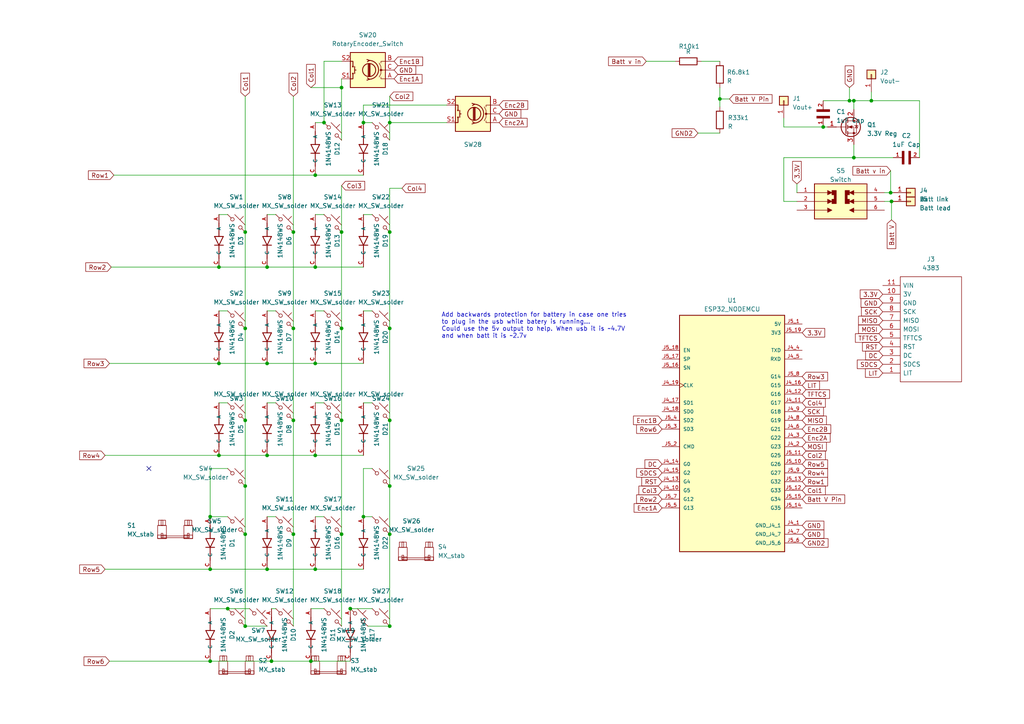
<source format=kicad_sch>
(kicad_sch (version 20230121) (generator eeschema)

  (uuid 14e8a408-ce7d-421c-9e6b-b58d584e90c9)

  (paper "A4")

  (lib_symbols
    (symbol "1N4148WS:1N4148WS" (pin_names (offset 1.016)) (in_bom yes) (on_board yes)
      (property "Reference" "D" (at -3.556 1.905 0)
        (effects (font (size 1.27 1.27)) (justify left bottom))
      )
      (property "Value" "1N4148WS" (at -3.556 -3.429 0)
        (effects (font (size 1.27 1.27)) (justify left bottom))
      )
      (property "Footprint" "SODFL2512X100N" (at 0 0 0)
        (effects (font (size 1.27 1.27)) (justify left bottom) hide)
      )
      (property "Datasheet" "" (at 0 0 0)
        (effects (font (size 1.27 1.27)) (justify left bottom) hide)
      )
      (property "MANUFACTURER" "Fairchild Semiconductor" (at 0 0 0)
        (effects (font (size 1.27 1.27)) (justify left bottom) hide)
      )
      (property "ki_locked" "" (at 0 0 0)
        (effects (font (size 1.27 1.27)))
      )
      (symbol "1N4148WS_0_0"
        (polyline
          (pts
            (xy -5.08 0)
            (xy -1.27 0)
          )
          (stroke (width 0.254) (type default))
          (fill (type none))
        )
        (polyline
          (pts
            (xy -1.27 -1.27)
            (xy 1.27 0)
          )
          (stroke (width 0.254) (type default))
          (fill (type none))
        )
        (polyline
          (pts
            (xy -1.27 0)
            (xy -1.27 -1.27)
          )
          (stroke (width 0.254) (type default))
          (fill (type none))
        )
        (polyline
          (pts
            (xy -1.27 1.27)
            (xy -1.27 0)
          )
          (stroke (width 0.254) (type default))
          (fill (type none))
        )
        (polyline
          (pts
            (xy 1.27 0)
            (xy -1.27 1.27)
          )
          (stroke (width 0.254) (type default))
          (fill (type none))
        )
        (polyline
          (pts
            (xy 1.27 0)
            (xy 1.27 -1.27)
          )
          (stroke (width 0.254) (type default))
          (fill (type none))
        )
        (polyline
          (pts
            (xy 1.27 0)
            (xy 5.08 0)
          )
          (stroke (width 0.254) (type default))
          (fill (type none))
        )
        (polyline
          (pts
            (xy 1.27 1.27)
            (xy 1.27 0)
          )
          (stroke (width 0.254) (type default))
          (fill (type none))
        )
        (pin passive line (at -7.62 0 0) (length 2.54)
          (name "A" (effects (font (size 1.016 1.016))))
          (number "A" (effects (font (size 1.016 1.016))))
        )
        (pin passive line (at 7.62 0 180) (length 2.54)
          (name "C" (effects (font (size 1.016 1.016))))
          (number "C" (effects (font (size 1.016 1.016))))
        )
      )
    )
    (symbol "1uF smd cap:VJ1206Y104KXAAT" (pin_names (offset 1.016)) (in_bom yes) (on_board yes)
      (property "Reference" "C" (at 0 3.8109 0)
        (effects (font (size 1.27 1.27)) (justify left bottom))
      )
      (property "Value" "VJ1206Y104KXAAT" (at 0 -5.0885 0)
        (effects (font (size 1.27 1.27)) (justify left bottom))
      )
      (property "Footprint" "CAPC3216X170N" (at 0 0 0)
        (effects (font (size 1.27 1.27)) (justify bottom) hide)
      )
      (property "Datasheet" "" (at 0 0 0)
        (effects (font (size 1.27 1.27)) hide)
      )
      (symbol "VJ1206Y104KXAAT_0_0"
        (rectangle (start 0 -1.9069) (end 0.635 1.905)
          (stroke (width 0.1) (type default))
          (fill (type outline))
        )
        (rectangle (start 1.9069 -1.9069) (end 2.54 1.905)
          (stroke (width 0.1) (type default))
          (fill (type outline))
        )
        (pin passive line (at -2.54 0 0) (length 2.54)
          (name "~" (effects (font (size 1.016 1.016))))
          (number "1" (effects (font (size 1.016 1.016))))
        )
        (pin passive line (at 5.08 0 180) (length 2.54)
          (name "~" (effects (font (size 1.016 1.016))))
          (number "2" (effects (font (size 1.016 1.016))))
        )
      )
    )
    (symbol "4383:4383" (pin_names (offset 0.762)) (in_bom yes) (on_board yes)
      (property "Reference" "J28" (at 13.97 7.62 0)
        (effects (font (size 1.27 1.27)))
      )
      (property "Value" "4383" (at 13.97 5.08 0)
        (effects (font (size 1.27 1.27)))
      )
      (property "Footprint" "KiCad:4383" (at 24.13 2.54 0)
        (effects (font (size 1.27 1.27)) (justify left) hide)
      )
      (property "Datasheet" "https://www.adafruit.com/product/4383" (at 24.13 0 0)
        (effects (font (size 1.27 1.27)) (justify left) hide)
      )
      (property "Height" "5.7" (at 24.13 -5.08 0)
        (effects (font (size 1.27 1.27)) (justify left) hide)
      )
      (property "Description" "Adafruit Accessories Adafruit 1.14 240x135 Color TFT Display + MicroSD Card Breakout - ST7789" (at 24.13 -2.54 0)
        (effects (font (size 1.27 1.27)) (justify left) hide)
      )
      (property "Mouser Part Number" "485-4383" (at 24.13 -7.62 0)
        (effects (font (size 1.27 1.27)) (justify left) hide)
      )
      (property "Mouser Price/Stock" "https://www.mouser.co.uk/ProductDetail/Adafruit/4383?qs=wnTfsH77Xs5%252BKXRBrl3nUg%3D%3D" (at 24.13 -10.16 0)
        (effects (font (size 1.27 1.27)) (justify left) hide)
      )
      (property "Manufacturer_Name" "Adafruit" (at 24.13 -12.7 0)
        (effects (font (size 1.27 1.27)) (justify left) hide)
      )
      (property "Manufacturer_Part_Number" "4383" (at 24.13 -15.24 0)
        (effects (font (size 1.27 1.27)) (justify left) hide)
      )
      (property "ki_description" "Adafruit Accessories Adafruit 1.14 240x135 Color TFT Display + MicroSD Card Breakout - ST7789" (at 0 0 0)
        (effects (font (size 1.27 1.27)) hide)
      )
      (symbol "4383_0_0"
        (pin passive line (at 0 -25.4 0) (length 5.08)
          (name "LIT" (effects (font (size 1.27 1.27))))
          (number "1" (effects (font (size 1.27 1.27))))
        )
        (pin passive line (at 0 -2.54 0) (length 5.08)
          (name "3V" (effects (font (size 1.27 1.27))))
          (number "10" (effects (font (size 1.27 1.27))))
        )
        (pin passive line (at 0 0 0) (length 5.08)
          (name "VIN" (effects (font (size 1.27 1.27))))
          (number "11" (effects (font (size 1.27 1.27))))
        )
        (pin passive line (at 0 -22.86 0) (length 5.08)
          (name "SDCS" (effects (font (size 1.27 1.27))))
          (number "2" (effects (font (size 1.27 1.27))))
        )
        (pin passive line (at 0 -20.32 0) (length 5.08)
          (name "DC" (effects (font (size 1.27 1.27))))
          (number "3" (effects (font (size 1.27 1.27))))
        )
        (pin passive line (at 0 -17.78 0) (length 5.08)
          (name "RST" (effects (font (size 1.27 1.27))))
          (number "4" (effects (font (size 1.27 1.27))))
        )
        (pin passive line (at 0 -15.24 0) (length 5.08)
          (name "TFTCS" (effects (font (size 1.27 1.27))))
          (number "5" (effects (font (size 1.27 1.27))))
        )
        (pin passive line (at 0 -12.7 0) (length 5.08)
          (name "MOSI" (effects (font (size 1.27 1.27))))
          (number "6" (effects (font (size 1.27 1.27))))
        )
        (pin passive line (at 0 -10.16 0) (length 5.08)
          (name "MISO" (effects (font (size 1.27 1.27))))
          (number "7" (effects (font (size 1.27 1.27))))
        )
        (pin passive line (at 0 -7.62 0) (length 5.08)
          (name "SCK" (effects (font (size 1.27 1.27))))
          (number "8" (effects (font (size 1.27 1.27))))
        )
        (pin passive line (at 0 -5.08 0) (length 5.08)
          (name "GND" (effects (font (size 1.27 1.27))))
          (number "9" (effects (font (size 1.27 1.27))))
        )
      )
      (symbol "4383_0_1"
        (polyline
          (pts
            (xy 5.08 2.54)
            (xy 22.86 2.54)
            (xy 22.86 -27.94)
            (xy 5.08 -27.94)
            (xy 5.08 2.54)
          )
          (stroke (width 0.1524) (type default))
          (fill (type none))
        )
      )
    )
    (symbol "Connector_Generic:Conn_01x01" (pin_names (offset 1.016) hide) (in_bom yes) (on_board yes)
      (property "Reference" "J" (at 0 2.54 0)
        (effects (font (size 1.27 1.27)))
      )
      (property "Value" "Conn_01x01" (at 0 -2.54 0)
        (effects (font (size 1.27 1.27)))
      )
      (property "Footprint" "" (at 0 0 0)
        (effects (font (size 1.27 1.27)) hide)
      )
      (property "Datasheet" "~" (at 0 0 0)
        (effects (font (size 1.27 1.27)) hide)
      )
      (property "ki_keywords" "connector" (at 0 0 0)
        (effects (font (size 1.27 1.27)) hide)
      )
      (property "ki_description" "Generic connector, single row, 01x01, script generated (kicad-library-utils/schlib/autogen/connector/)" (at 0 0 0)
        (effects (font (size 1.27 1.27)) hide)
      )
      (property "ki_fp_filters" "Connector*:*_1x??_*" (at 0 0 0)
        (effects (font (size 1.27 1.27)) hide)
      )
      (symbol "Conn_01x01_1_1"
        (rectangle (start -1.27 0.127) (end 0 -0.127)
          (stroke (width 0.1524) (type default))
          (fill (type none))
        )
        (rectangle (start -1.27 1.27) (end 1.27 -1.27)
          (stroke (width 0.254) (type default))
          (fill (type background))
        )
        (pin passive line (at -5.08 0 0) (length 3.81)
          (name "Pin_1" (effects (font (size 1.27 1.27))))
          (number "1" (effects (font (size 1.27 1.27))))
        )
      )
    )
    (symbol "Device:R" (pin_numbers hide) (pin_names (offset 0)) (in_bom yes) (on_board yes)
      (property "Reference" "R" (at 2.032 0 90)
        (effects (font (size 1.27 1.27)))
      )
      (property "Value" "R" (at 0 0 90)
        (effects (font (size 1.27 1.27)))
      )
      (property "Footprint" "" (at -1.778 0 90)
        (effects (font (size 1.27 1.27)) hide)
      )
      (property "Datasheet" "~" (at 0 0 0)
        (effects (font (size 1.27 1.27)) hide)
      )
      (property "ki_keywords" "R res resistor" (at 0 0 0)
        (effects (font (size 1.27 1.27)) hide)
      )
      (property "ki_description" "Resistor" (at 0 0 0)
        (effects (font (size 1.27 1.27)) hide)
      )
      (property "ki_fp_filters" "R_*" (at 0 0 0)
        (effects (font (size 1.27 1.27)) hide)
      )
      (symbol "R_0_1"
        (rectangle (start -1.016 -2.54) (end 1.016 2.54)
          (stroke (width 0.254) (type default))
          (fill (type none))
        )
      )
      (symbol "R_1_1"
        (pin passive line (at 0 3.81 270) (length 1.27)
          (name "~" (effects (font (size 1.27 1.27))))
          (number "1" (effects (font (size 1.27 1.27))))
        )
        (pin passive line (at 0 -3.81 90) (length 1.27)
          (name "~" (effects (font (size 1.27 1.27))))
          (number "2" (effects (font (size 1.27 1.27))))
        )
      )
    )
    (symbol "Device:RotaryEncoder_Switch" (pin_names (offset 0.254) hide) (in_bom yes) (on_board yes)
      (property "Reference" "SW" (at 0 6.604 0)
        (effects (font (size 1.27 1.27)))
      )
      (property "Value" "RotaryEncoder_Switch" (at 0 -6.604 0)
        (effects (font (size 1.27 1.27)))
      )
      (property "Footprint" "" (at -3.81 4.064 0)
        (effects (font (size 1.27 1.27)) hide)
      )
      (property "Datasheet" "~" (at 0 6.604 0)
        (effects (font (size 1.27 1.27)) hide)
      )
      (property "ki_keywords" "rotary switch encoder switch push button" (at 0 0 0)
        (effects (font (size 1.27 1.27)) hide)
      )
      (property "ki_description" "Rotary encoder, dual channel, incremental quadrate outputs, with switch" (at 0 0 0)
        (effects (font (size 1.27 1.27)) hide)
      )
      (property "ki_fp_filters" "RotaryEncoder*Switch*" (at 0 0 0)
        (effects (font (size 1.27 1.27)) hide)
      )
      (symbol "RotaryEncoder_Switch_0_1"
        (rectangle (start -5.08 5.08) (end 5.08 -5.08)
          (stroke (width 0.254) (type default))
          (fill (type background))
        )
        (circle (center -3.81 0) (radius 0.254)
          (stroke (width 0) (type default))
          (fill (type outline))
        )
        (circle (center -0.381 0) (radius 1.905)
          (stroke (width 0.254) (type default))
          (fill (type none))
        )
        (arc (start -0.381 2.667) (mid -3.0988 -0.0635) (end -0.381 -2.794)
          (stroke (width 0.254) (type default))
          (fill (type none))
        )
        (polyline
          (pts
            (xy -0.635 -1.778)
            (xy -0.635 1.778)
          )
          (stroke (width 0.254) (type default))
          (fill (type none))
        )
        (polyline
          (pts
            (xy -0.381 -1.778)
            (xy -0.381 1.778)
          )
          (stroke (width 0.254) (type default))
          (fill (type none))
        )
        (polyline
          (pts
            (xy -0.127 1.778)
            (xy -0.127 -1.778)
          )
          (stroke (width 0.254) (type default))
          (fill (type none))
        )
        (polyline
          (pts
            (xy 3.81 0)
            (xy 3.429 0)
          )
          (stroke (width 0.254) (type default))
          (fill (type none))
        )
        (polyline
          (pts
            (xy 3.81 1.016)
            (xy 3.81 -1.016)
          )
          (stroke (width 0.254) (type default))
          (fill (type none))
        )
        (polyline
          (pts
            (xy -5.08 -2.54)
            (xy -3.81 -2.54)
            (xy -3.81 -2.032)
          )
          (stroke (width 0) (type default))
          (fill (type none))
        )
        (polyline
          (pts
            (xy -5.08 2.54)
            (xy -3.81 2.54)
            (xy -3.81 2.032)
          )
          (stroke (width 0) (type default))
          (fill (type none))
        )
        (polyline
          (pts
            (xy 0.254 -3.048)
            (xy -0.508 -2.794)
            (xy 0.127 -2.413)
          )
          (stroke (width 0.254) (type default))
          (fill (type none))
        )
        (polyline
          (pts
            (xy 0.254 2.921)
            (xy -0.508 2.667)
            (xy 0.127 2.286)
          )
          (stroke (width 0.254) (type default))
          (fill (type none))
        )
        (polyline
          (pts
            (xy 5.08 -2.54)
            (xy 4.318 -2.54)
            (xy 4.318 -1.016)
          )
          (stroke (width 0.254) (type default))
          (fill (type none))
        )
        (polyline
          (pts
            (xy 5.08 2.54)
            (xy 4.318 2.54)
            (xy 4.318 1.016)
          )
          (stroke (width 0.254) (type default))
          (fill (type none))
        )
        (polyline
          (pts
            (xy -5.08 0)
            (xy -3.81 0)
            (xy -3.81 -1.016)
            (xy -3.302 -2.032)
          )
          (stroke (width 0) (type default))
          (fill (type none))
        )
        (polyline
          (pts
            (xy -4.318 0)
            (xy -3.81 0)
            (xy -3.81 1.016)
            (xy -3.302 2.032)
          )
          (stroke (width 0) (type default))
          (fill (type none))
        )
        (circle (center 4.318 -1.016) (radius 0.127)
          (stroke (width 0.254) (type default))
          (fill (type none))
        )
        (circle (center 4.318 1.016) (radius 0.127)
          (stroke (width 0.254) (type default))
          (fill (type none))
        )
      )
      (symbol "RotaryEncoder_Switch_1_1"
        (pin passive line (at -7.62 2.54 0) (length 2.54)
          (name "A" (effects (font (size 1.27 1.27))))
          (number "A" (effects (font (size 1.27 1.27))))
        )
        (pin passive line (at -7.62 -2.54 0) (length 2.54)
          (name "B" (effects (font (size 1.27 1.27))))
          (number "B" (effects (font (size 1.27 1.27))))
        )
        (pin passive line (at -7.62 0 0) (length 2.54)
          (name "C" (effects (font (size 1.27 1.27))))
          (number "C" (effects (font (size 1.27 1.27))))
        )
        (pin passive line (at 7.62 2.54 180) (length 2.54)
          (name "S1" (effects (font (size 1.27 1.27))))
          (number "S1" (effects (font (size 1.27 1.27))))
        )
        (pin passive line (at 7.62 -2.54 180) (length 2.54)
          (name "S2" (effects (font (size 1.27 1.27))))
          (number "S2" (effects (font (size 1.27 1.27))))
        )
      )
    )
    (symbol "EG2208:EG2208" (pin_names (offset 1.016)) (in_bom yes) (on_board yes)
      (property "Reference" "S" (at -7.62 6.35 0)
        (effects (font (size 1.27 1.27)) (justify left bottom))
      )
      (property "Value" "EG2208" (at -7.62 -7.62 0)
        (effects (font (size 1.27 1.27)) (justify left bottom))
      )
      (property "Footprint" "SW_EG2208" (at 0 0 0)
        (effects (font (size 1.27 1.27)) (justify bottom) hide)
      )
      (property "Datasheet" "" (at 0 0 0)
        (effects (font (size 1.27 1.27)) hide)
      )
      (property "PARTREV" "C" (at 0 0 0)
        (effects (font (size 1.27 1.27)) (justify bottom) hide)
      )
      (property "MANUFACTURER" "E-Switch" (at 0 0 0)
        (effects (font (size 1.27 1.27)) (justify bottom) hide)
      )
      (property "MAXIMUM_PACKAGE_HEIGHT" "5.0 mm" (at 0 0 0)
        (effects (font (size 1.27 1.27)) (justify bottom) hide)
      )
      (property "STANDARD" "Manufacturer Recommendations" (at 0 0 0)
        (effects (font (size 1.27 1.27)) (justify bottom) hide)
      )
      (symbol "EG2208_0_0"
        (rectangle (start -7.62 -5.08) (end 7.62 5.08)
          (stroke (width 0.254) (type default))
          (fill (type background))
        )
        (polyline
          (pts
            (xy -7.62 -2.54)
            (xy -3.81 -2.54)
          )
          (stroke (width 0.1524) (type default))
          (fill (type none))
        )
        (polyline
          (pts
            (xy -7.62 0)
            (xy -3.81 0)
          )
          (stroke (width 0.1524) (type default))
          (fill (type none))
        )
        (polyline
          (pts
            (xy -7.62 2.54)
            (xy -3.81 2.54)
          )
          (stroke (width 0.1524) (type default))
          (fill (type none))
        )
        (polyline
          (pts
            (xy 7.62 -2.54)
            (xy 3.81 -2.54)
          )
          (stroke (width 0.1524) (type default))
          (fill (type none))
        )
        (polyline
          (pts
            (xy 7.62 0)
            (xy 3.81 0)
          )
          (stroke (width 0.1524) (type default))
          (fill (type none))
        )
        (polyline
          (pts
            (xy 7.62 2.54)
            (xy 3.81 2.54)
          )
          (stroke (width 0.1524) (type default))
          (fill (type none))
        )
        (polyline
          (pts
            (xy -3.81 -1.905)
            (xy -3.81 -3.175)
            (xy -2.54 -2.54)
            (xy -3.81 -1.905)
          )
          (stroke (width 0.1524) (type default))
          (fill (type outline))
        )
        (polyline
          (pts
            (xy -3.81 0.635)
            (xy -3.81 -0.635)
            (xy -2.54 0)
            (xy -3.81 0.635)
          )
          (stroke (width 0.1524) (type default))
          (fill (type outline))
        )
        (polyline
          (pts
            (xy -3.81 3.175)
            (xy -3.81 1.905)
            (xy -2.54 2.54)
            (xy -3.81 3.175)
          )
          (stroke (width 0.1524) (type default))
          (fill (type outline))
        )
        (polyline
          (pts
            (xy 3.81 -3.175)
            (xy 3.81 -1.905)
            (xy 2.54 -2.54)
            (xy 3.81 -3.175)
          )
          (stroke (width 0.1524) (type default))
          (fill (type outline))
        )
        (polyline
          (pts
            (xy 3.81 -0.635)
            (xy 3.81 0.635)
            (xy 2.54 0)
            (xy 3.81 -0.635)
          )
          (stroke (width 0.1524) (type default))
          (fill (type outline))
        )
        (polyline
          (pts
            (xy 3.81 1.905)
            (xy 3.81 3.175)
            (xy 2.54 2.54)
            (xy 3.81 1.905)
          )
          (stroke (width 0.1524) (type default))
          (fill (type outline))
        )
        (polyline
          (pts
            (xy -2.54 1.905)
            (xy -2.54 3.175)
            (xy -1.27 3.175)
            (xy -1.27 -0.635)
            (xy -2.54 -0.635)
            (xy -2.54 0.635)
            (xy -1.905 0.635)
            (xy -1.905 1.905)
            (xy -2.54 1.905)
          )
          (stroke (width 0.1524) (type default))
          (fill (type outline))
        )
        (polyline
          (pts
            (xy 2.54 0.635)
            (xy 2.54 -0.635)
            (xy 1.27 -0.635)
            (xy 1.27 3.175)
            (xy 2.54 3.175)
            (xy 2.54 1.905)
            (xy 1.905 1.905)
            (xy 1.905 0.635)
            (xy 2.54 0.635)
          )
          (stroke (width 0.1524) (type default))
          (fill (type outline))
        )
        (pin passive line (at -12.7 2.54 0) (length 5.08)
          (name "~" (effects (font (size 1.016 1.016))))
          (number "1" (effects (font (size 1.016 1.016))))
        )
        (pin passive line (at -12.7 0 0) (length 5.08)
          (name "~" (effects (font (size 1.016 1.016))))
          (number "2" (effects (font (size 1.016 1.016))))
        )
        (pin passive line (at -12.7 -2.54 0) (length 5.08)
          (name "~" (effects (font (size 1.016 1.016))))
          (number "3" (effects (font (size 1.016 1.016))))
        )
        (pin passive line (at 12.7 2.54 180) (length 5.08)
          (name "~" (effects (font (size 1.016 1.016))))
          (number "4" (effects (font (size 1.016 1.016))))
        )
        (pin passive line (at 12.7 0 180) (length 5.08)
          (name "~" (effects (font (size 1.016 1.016))))
          (number "5" (effects (font (size 1.016 1.016))))
        )
        (pin passive line (at 12.7 -2.54 180) (length 5.08)
          (name "~" (effects (font (size 1.016 1.016))))
          (number "6" (effects (font (size 1.016 1.016))))
        )
      )
    )
    (symbol "ESP32_NODEMCU:ESP32_NODEMCU" (pin_names (offset 1.016)) (in_bom yes) (on_board yes)
      (property "Reference" "U" (at -15.24 36.322 0)
        (effects (font (size 1.27 1.27)) (justify left bottom))
      )
      (property "Value" "ESP32_NODEMCU" (at -15.24 -35.56 0)
        (effects (font (size 1.27 1.27)) (justify left bottom))
      )
      (property "Footprint" "MODULE_ESP32_NODEMCU" (at 0 0 0)
        (effects (font (size 1.27 1.27)) (justify bottom) hide)
      )
      (property "Datasheet" "" (at 0 0 0)
        (effects (font (size 1.27 1.27)) hide)
      )
      (property "MANUFACTURER" "Espressif" (at 0 0 0)
        (effects (font (size 1.27 1.27)) (justify bottom) hide)
      )
      (property "STANDARD" "Manufacturer Recommendations" (at 0 0 0)
        (effects (font (size 1.27 1.27)) (justify bottom) hide)
      )
      (property "MAXIMUM_PACKAGE_HEIGHT" "6.6 mm" (at 0 0 0)
        (effects (font (size 1.27 1.27)) (justify bottom) hide)
      )
      (symbol "ESP32_NODEMCU_0_0"
        (rectangle (start -15.24 -33.02) (end 15.24 35.56)
          (stroke (width 0.254) (type default))
          (fill (type background))
        )
        (pin power_in line (at 20.32 -25.4 180) (length 5.08)
          (name "GND_J4_1" (effects (font (size 1.016 1.016))))
          (number "J4_1" (effects (font (size 1.016 1.016))))
        )
        (pin bidirectional line (at -20.32 -15.24 0) (length 5.08)
          (name "G5" (effects (font (size 1.016 1.016))))
          (number "J4_10" (effects (font (size 1.016 1.016))))
        )
        (pin bidirectional line (at 20.32 10.16 180) (length 5.08)
          (name "G17" (effects (font (size 1.016 1.016))))
          (number "J4_11" (effects (font (size 1.016 1.016))))
        )
        (pin bidirectional line (at 20.32 12.7 180) (length 5.08)
          (name "G16" (effects (font (size 1.016 1.016))))
          (number "J4_12" (effects (font (size 1.016 1.016))))
        )
        (pin bidirectional line (at -20.32 -12.7 0) (length 5.08)
          (name "G4" (effects (font (size 1.016 1.016))))
          (number "J4_13" (effects (font (size 1.016 1.016))))
        )
        (pin bidirectional line (at -20.32 -7.62 0) (length 5.08)
          (name "G0" (effects (font (size 1.016 1.016))))
          (number "J4_14" (effects (font (size 1.016 1.016))))
        )
        (pin bidirectional line (at -20.32 -10.16 0) (length 5.08)
          (name "G2" (effects (font (size 1.016 1.016))))
          (number "J4_15" (effects (font (size 1.016 1.016))))
        )
        (pin bidirectional line (at 20.32 15.24 180) (length 5.08)
          (name "G15" (effects (font (size 1.016 1.016))))
          (number "J4_16" (effects (font (size 1.016 1.016))))
        )
        (pin bidirectional line (at -20.32 10.16 0) (length 5.08)
          (name "SD1" (effects (font (size 1.016 1.016))))
          (number "J4_17" (effects (font (size 1.016 1.016))))
        )
        (pin bidirectional line (at -20.32 7.62 0) (length 5.08)
          (name "SD0" (effects (font (size 1.016 1.016))))
          (number "J4_18" (effects (font (size 1.016 1.016))))
        )
        (pin input clock (at -20.32 15.24 0) (length 5.08)
          (name "CLK" (effects (font (size 1.016 1.016))))
          (number "J4_19" (effects (font (size 1.016 1.016))))
        )
        (pin bidirectional line (at 20.32 -2.54 180) (length 5.08)
          (name "G23" (effects (font (size 1.016 1.016))))
          (number "J4_2" (effects (font (size 1.016 1.016))))
        )
        (pin bidirectional line (at 20.32 0 180) (length 5.08)
          (name "G22" (effects (font (size 1.016 1.016))))
          (number "J4_3" (effects (font (size 1.016 1.016))))
        )
        (pin output line (at 20.32 25.4 180) (length 5.08)
          (name "TXD" (effects (font (size 1.016 1.016))))
          (number "J4_4" (effects (font (size 1.016 1.016))))
        )
        (pin input line (at 20.32 22.86 180) (length 5.08)
          (name "RXD" (effects (font (size 1.016 1.016))))
          (number "J4_5" (effects (font (size 1.016 1.016))))
        )
        (pin bidirectional line (at 20.32 2.54 180) (length 5.08)
          (name "G21" (effects (font (size 1.016 1.016))))
          (number "J4_6" (effects (font (size 1.016 1.016))))
        )
        (pin power_in line (at 20.32 -27.94 180) (length 5.08)
          (name "GND_J4_7" (effects (font (size 1.016 1.016))))
          (number "J4_7" (effects (font (size 1.016 1.016))))
        )
        (pin bidirectional line (at 20.32 5.08 180) (length 5.08)
          (name "G19" (effects (font (size 1.016 1.016))))
          (number "J4_8" (effects (font (size 1.016 1.016))))
        )
        (pin bidirectional line (at 20.32 7.62 180) (length 5.08)
          (name "G18" (effects (font (size 1.016 1.016))))
          (number "J4_9" (effects (font (size 1.016 1.016))))
        )
        (pin power_in line (at 20.32 33.02 180) (length 5.08)
          (name "5V" (effects (font (size 1.016 1.016))))
          (number "J5_1" (effects (font (size 1.016 1.016))))
        )
        (pin bidirectional line (at 20.32 -7.62 180) (length 5.08)
          (name "G26" (effects (font (size 1.016 1.016))))
          (number "J5_10" (effects (font (size 1.016 1.016))))
        )
        (pin bidirectional line (at 20.32 -5.08 180) (length 5.08)
          (name "G25" (effects (font (size 1.016 1.016))))
          (number "J5_11" (effects (font (size 1.016 1.016))))
        )
        (pin bidirectional line (at 20.32 -15.24 180) (length 5.08)
          (name "G33" (effects (font (size 1.016 1.016))))
          (number "J5_12" (effects (font (size 1.016 1.016))))
        )
        (pin bidirectional line (at 20.32 -12.7 180) (length 5.08)
          (name "G32" (effects (font (size 1.016 1.016))))
          (number "J5_13" (effects (font (size 1.016 1.016))))
        )
        (pin bidirectional line (at 20.32 -20.32 180) (length 5.08)
          (name "G35" (effects (font (size 1.016 1.016))))
          (number "J5_14" (effects (font (size 1.016 1.016))))
        )
        (pin bidirectional line (at 20.32 -17.78 180) (length 5.08)
          (name "G34" (effects (font (size 1.016 1.016))))
          (number "J5_15" (effects (font (size 1.016 1.016))))
        )
        (pin input line (at -20.32 20.32 0) (length 5.08)
          (name "SN" (effects (font (size 1.016 1.016))))
          (number "J5_16" (effects (font (size 1.016 1.016))))
        )
        (pin input line (at -20.32 22.86 0) (length 5.08)
          (name "SP" (effects (font (size 1.016 1.016))))
          (number "J5_17" (effects (font (size 1.016 1.016))))
        )
        (pin input line (at -20.32 25.4 0) (length 5.08)
          (name "EN" (effects (font (size 1.016 1.016))))
          (number "J5_18" (effects (font (size 1.016 1.016))))
        )
        (pin power_in line (at 20.32 30.48 180) (length 5.08)
          (name "3V3" (effects (font (size 1.016 1.016))))
          (number "J5_19" (effects (font (size 1.016 1.016))))
        )
        (pin bidirectional line (at -20.32 -2.54 0) (length 5.08)
          (name "CMD" (effects (font (size 1.016 1.016))))
          (number "J5_2" (effects (font (size 1.016 1.016))))
        )
        (pin bidirectional line (at -20.32 2.54 0) (length 5.08)
          (name "SD3" (effects (font (size 1.016 1.016))))
          (number "J5_3" (effects (font (size 1.016 1.016))))
        )
        (pin bidirectional line (at -20.32 5.08 0) (length 5.08)
          (name "SD2" (effects (font (size 1.016 1.016))))
          (number "J5_4" (effects (font (size 1.016 1.016))))
        )
        (pin bidirectional line (at -20.32 -20.32 0) (length 5.08)
          (name "G13" (effects (font (size 1.016 1.016))))
          (number "J5_5" (effects (font (size 1.016 1.016))))
        )
        (pin power_in line (at 20.32 -30.48 180) (length 5.08)
          (name "GND_J5_6" (effects (font (size 1.016 1.016))))
          (number "J5_6" (effects (font (size 1.016 1.016))))
        )
        (pin bidirectional line (at -20.32 -17.78 0) (length 5.08)
          (name "G12" (effects (font (size 1.016 1.016))))
          (number "J5_7" (effects (font (size 1.016 1.016))))
        )
        (pin bidirectional line (at 20.32 17.78 180) (length 5.08)
          (name "G14" (effects (font (size 1.016 1.016))))
          (number "J5_8" (effects (font (size 1.016 1.016))))
        )
        (pin bidirectional line (at 20.32 -10.16 180) (length 5.08)
          (name "G27" (effects (font (size 1.016 1.016))))
          (number "J5_9" (effects (font (size 1.016 1.016))))
        )
      )
    )
    (symbol "Transistor_FET:BSP89" (pin_names hide) (in_bom yes) (on_board yes)
      (property "Reference" "Q" (at 5.08 1.905 0)
        (effects (font (size 1.27 1.27)) (justify left))
      )
      (property "Value" "BSP89" (at 5.08 0 0)
        (effects (font (size 1.27 1.27)) (justify left))
      )
      (property "Footprint" "Package_TO_SOT_SMD:SOT-223-3_TabPin2" (at 5.08 -1.905 0)
        (effects (font (size 1.27 1.27) italic) (justify left) hide)
      )
      (property "Datasheet" "https://www.infineon.com/dgdl/Infineon-BSP89-DS-v02_02-en.pdf?fileId=db3a30433b47825b013b4b8a07f90d55" (at 0 0 0)
        (effects (font (size 1.27 1.27)) (justify left) hide)
      )
      (property "ki_keywords" "N-Channel MOSFET" (at 0 0 0)
        (effects (font (size 1.27 1.27)) hide)
      )
      (property "ki_description" "0.35A Id, 240V Vds, N-Channel Enhancement Mode MOSFET, SOT-223" (at 0 0 0)
        (effects (font (size 1.27 1.27)) hide)
      )
      (property "ki_fp_filters" "SOT?223*" (at 0 0 0)
        (effects (font (size 1.27 1.27)) hide)
      )
      (symbol "BSP89_0_1"
        (polyline
          (pts
            (xy 0.254 0)
            (xy -2.54 0)
          )
          (stroke (width 0) (type default))
          (fill (type none))
        )
        (polyline
          (pts
            (xy 0.254 1.905)
            (xy 0.254 -1.905)
          )
          (stroke (width 0.254) (type default))
          (fill (type none))
        )
        (polyline
          (pts
            (xy 0.762 -1.27)
            (xy 0.762 -2.286)
          )
          (stroke (width 0.254) (type default))
          (fill (type none))
        )
        (polyline
          (pts
            (xy 0.762 0.508)
            (xy 0.762 -0.508)
          )
          (stroke (width 0.254) (type default))
          (fill (type none))
        )
        (polyline
          (pts
            (xy 0.762 2.286)
            (xy 0.762 1.27)
          )
          (stroke (width 0.254) (type default))
          (fill (type none))
        )
        (polyline
          (pts
            (xy 2.54 2.54)
            (xy 2.54 1.778)
          )
          (stroke (width 0) (type default))
          (fill (type none))
        )
        (polyline
          (pts
            (xy 2.54 -2.54)
            (xy 2.54 0)
            (xy 0.762 0)
          )
          (stroke (width 0) (type default))
          (fill (type none))
        )
        (polyline
          (pts
            (xy 0.762 -1.778)
            (xy 3.302 -1.778)
            (xy 3.302 1.778)
            (xy 0.762 1.778)
          )
          (stroke (width 0) (type default))
          (fill (type none))
        )
        (polyline
          (pts
            (xy 1.016 0)
            (xy 2.032 0.381)
            (xy 2.032 -0.381)
            (xy 1.016 0)
          )
          (stroke (width 0) (type default))
          (fill (type outline))
        )
        (polyline
          (pts
            (xy 2.794 0.508)
            (xy 2.921 0.381)
            (xy 3.683 0.381)
            (xy 3.81 0.254)
          )
          (stroke (width 0) (type default))
          (fill (type none))
        )
        (polyline
          (pts
            (xy 3.302 0.381)
            (xy 2.921 -0.254)
            (xy 3.683 -0.254)
            (xy 3.302 0.381)
          )
          (stroke (width 0) (type default))
          (fill (type none))
        )
        (circle (center 1.651 0) (radius 2.794)
          (stroke (width 0.254) (type default))
          (fill (type none))
        )
        (circle (center 2.54 -1.778) (radius 0.254)
          (stroke (width 0) (type default))
          (fill (type outline))
        )
        (circle (center 2.54 1.778) (radius 0.254)
          (stroke (width 0) (type default))
          (fill (type outline))
        )
      )
      (symbol "BSP89_1_1"
        (pin input line (at -5.08 0 0) (length 2.54)
          (name "G" (effects (font (size 1.27 1.27))))
          (number "1" (effects (font (size 1.27 1.27))))
        )
        (pin passive line (at 2.54 5.08 270) (length 2.54)
          (name "D" (effects (font (size 1.27 1.27))))
          (number "2" (effects (font (size 1.27 1.27))))
        )
        (pin passive line (at 2.54 -5.08 90) (length 2.54)
          (name "S" (effects (font (size 1.27 1.27))))
          (number "3" (effects (font (size 1.27 1.27))))
        )
      )
    )
    (symbol "marbastlib-mx:MX_SW_solder" (pin_numbers hide) (pin_names (offset 1.016) hide) (in_bom yes) (on_board yes)
      (property "Reference" "SW" (at 3.048 1.016 0)
        (effects (font (size 1.27 1.27)) (justify left))
      )
      (property "Value" "MX_SW_solder" (at 0 -3.81 0)
        (effects (font (size 1.27 1.27)))
      )
      (property "Footprint" "marbastlib-mx:SW_MX_1u" (at 0 0 0)
        (effects (font (size 1.27 1.27)) hide)
      )
      (property "Datasheet" "~" (at 0 0 0)
        (effects (font (size 1.27 1.27)) hide)
      )
      (property "ki_keywords" "switch normally-open pushbutton push-button" (at 0 0 0)
        (effects (font (size 1.27 1.27)) hide)
      )
      (property "ki_description" "Push button switch, normally open, two pins, 45° tilted" (at 0 0 0)
        (effects (font (size 1.27 1.27)) hide)
      )
      (symbol "MX_SW_solder_0_1"
        (circle (center -1.1684 1.1684) (radius 0.508)
          (stroke (width 0) (type default))
          (fill (type none))
        )
        (polyline
          (pts
            (xy -0.508 2.54)
            (xy 2.54 -0.508)
          )
          (stroke (width 0) (type default))
          (fill (type none))
        )
        (polyline
          (pts
            (xy 1.016 1.016)
            (xy 2.032 2.032)
          )
          (stroke (width 0) (type default))
          (fill (type none))
        )
        (polyline
          (pts
            (xy -2.54 2.54)
            (xy -1.524 1.524)
            (xy -1.524 1.524)
          )
          (stroke (width 0) (type default))
          (fill (type none))
        )
        (polyline
          (pts
            (xy 1.524 -1.524)
            (xy 2.54 -2.54)
            (xy 2.54 -2.54)
            (xy 2.54 -2.54)
          )
          (stroke (width 0) (type default))
          (fill (type none))
        )
        (circle (center 1.143 -1.1938) (radius 0.508)
          (stroke (width 0) (type default))
          (fill (type none))
        )
        (pin passive line (at -2.54 2.54 0) (length 0)
          (name "1" (effects (font (size 1.27 1.27))))
          (number "1" (effects (font (size 1.27 1.27))))
        )
        (pin passive line (at 2.54 -2.54 180) (length 0)
          (name "2" (effects (font (size 1.27 1.27))))
          (number "2" (effects (font (size 1.27 1.27))))
        )
      )
    )
    (symbol "marbastlib-mx:MX_stab" (pin_names (offset 1.016)) (in_bom yes) (on_board yes)
      (property "Reference" "S" (at -5.08 6.35 0)
        (effects (font (size 1.27 1.27)) (justify left))
      )
      (property "Value" "MX_stab" (at -5.08 3.81 0)
        (effects (font (size 1.27 1.27)) (justify left))
      )
      (property "Footprint" "marbastlib-mx:STAB_MX_P_6.25u" (at 0 0 0)
        (effects (font (size 1.27 1.27)) hide)
      )
      (property "Datasheet" "" (at 0 0 0)
        (effects (font (size 1.27 1.27)) hide)
      )
      (property "ki_keywords" "cherry mx stabilizer stab" (at 0 0 0)
        (effects (font (size 1.27 1.27)) hide)
      )
      (property "ki_description" "Cherry MX-style stabilizer" (at 0 0 0)
        (effects (font (size 1.27 1.27)) hide)
      )
      (symbol "MX_stab_0_1"
        (rectangle (start -5.08 -1.524) (end -2.54 -2.54)
          (stroke (width 0) (type default))
          (fill (type none))
        )
        (rectangle (start -5.08 1.27) (end -2.54 -2.54)
          (stroke (width 0) (type default))
          (fill (type none))
        )
        (rectangle (start -4.826 2.794) (end -2.794 1.27)
          (stroke (width 0) (type default))
          (fill (type none))
        )
        (rectangle (start -4.064 -2.286) (end -3.556 -1.016)
          (stroke (width 0) (type default))
          (fill (type none))
        )
        (rectangle (start -4.064 -1.778) (end 4.064 -2.286)
          (stroke (width 0) (type default))
          (fill (type none))
        )
        (rectangle (start -4.064 1.27) (end -3.556 2.794)
          (stroke (width 0) (type default))
          (fill (type none))
        )
        (rectangle (start 2.54 -1.524) (end 5.08 -2.54)
          (stroke (width 0) (type default))
          (fill (type none))
        )
        (rectangle (start 2.54 1.27) (end 5.08 -2.54)
          (stroke (width 0) (type default))
          (fill (type none))
        )
        (rectangle (start 2.794 2.794) (end 4.826 1.27)
          (stroke (width 0) (type default))
          (fill (type none))
        )
        (rectangle (start 3.556 1.27) (end 4.064 2.794)
          (stroke (width 0) (type default))
          (fill (type none))
        )
        (rectangle (start 4.064 -2.286) (end 3.556 -1.016)
          (stroke (width 0) (type default))
          (fill (type none))
        )
      )
    )
  )

  (junction (at 91.44 105.41) (diameter 0) (color 0 0 0 0)
    (uuid 0554407d-02fc-4485-a567-149092627640)
  )
  (junction (at 113.03 121.92) (diameter 0) (color 0 0 0 0)
    (uuid 063d0e4a-2f9d-45b2-bf29-85391e099ea8)
  )
  (junction (at 99.06 121.92) (diameter 0) (color 0 0 0 0)
    (uuid 06732ee7-04d6-4f43-9ede-69d243029690)
  )
  (junction (at 258.572 58.42) (diameter 0) (color 0 0 0 0)
    (uuid 124c4dd8-fb49-477a-966a-aaecdba622a5)
  )
  (junction (at 105.41 35.56) (diameter 0) (color 0 0 0 0)
    (uuid 1a840dbc-1d84-4104-946f-7998b54d2e8f)
  )
  (junction (at 77.47 165.1) (diameter 0) (color 0 0 0 0)
    (uuid 1cc391df-b786-4437-9f1e-e2c3d48d8909)
  )
  (junction (at 99.06 67.31) (diameter 0) (color 0 0 0 0)
    (uuid 2cff87cf-c305-4130-bb1b-b606944b3a01)
  )
  (junction (at 60.96 191.77) (diameter 0) (color 0 0 0 0)
    (uuid 2decf9ea-0170-4a52-b408-fe8aa5a8d737)
  )
  (junction (at 71.12 140.97) (diameter 0) (color 0 0 0 0)
    (uuid 2fc81683-5e4b-481b-beda-caa9eee164d4)
  )
  (junction (at 60.96 165.1) (diameter 0) (color 0 0 0 0)
    (uuid 30789011-0143-4a0f-a27e-28b431d3d0fb)
  )
  (junction (at 71.12 95.25) (diameter 0) (color 0 0 0 0)
    (uuid 3420e666-5912-44a5-8fc2-5379fce510a1)
  )
  (junction (at 101.6 176.53) (diameter 0) (color 0 0 0 0)
    (uuid 3680245a-2af6-41b7-9392-3a868a74c560)
  )
  (junction (at 71.12 154.94) (diameter 0) (color 0 0 0 0)
    (uuid 3f69bced-037f-4c27-970d-50465ae6517c)
  )
  (junction (at 247.65 45.72) (diameter 0) (color 0 0 0 0)
    (uuid 476b34b6-955c-485b-838a-20a525d32d62)
  )
  (junction (at 85.09 154.94) (diameter 0) (color 0 0 0 0)
    (uuid 494384f4-3b9a-41d8-8d4d-8174e32aca08)
  )
  (junction (at 105.41 149.86) (diameter 0) (color 0 0 0 0)
    (uuid 4f71680f-7028-4536-9031-536151179211)
  )
  (junction (at 90.17 191.77) (diameter 0) (color 0 0 0 0)
    (uuid 4ffa9eb4-e71f-4727-be0d-6f99d8571d44)
  )
  (junction (at 246.38 29.21) (diameter 0) (color 0 0 0 0)
    (uuid 51dcae11-f062-4739-9d87-e05f3e8b61fd)
  )
  (junction (at 208.788 28.702) (diameter 0) (color 0 0 0 0)
    (uuid 57589e96-168d-4ad1-85f3-2ca4a3a62ac9)
  )
  (junction (at 238.76 36.83) (diameter 0) (color 0 0 0 0)
    (uuid 5a46d8aa-0342-4fee-acf6-fed5b18d135b)
  )
  (junction (at 91.44 132.08) (diameter 0) (color 0 0 0 0)
    (uuid 5cb050d4-af57-4567-a44c-74fcd861d3a2)
  )
  (junction (at 66.04 176.53) (diameter 0) (color 0 0 0 0)
    (uuid 69ef8714-991b-48fb-85cb-f7cfbc16efcc)
  )
  (junction (at 91.44 165.1) (diameter 0) (color 0 0 0 0)
    (uuid 6ba06a2f-16d5-4cd4-98ab-e3584e60ddc2)
  )
  (junction (at 71.12 181.61) (diameter 0) (color 0 0 0 0)
    (uuid 6c7a6aa2-52d1-4ba1-8962-385efc47b160)
  )
  (junction (at 99.06 95.25) (diameter 0) (color 0 0 0 0)
    (uuid 6dbed3df-417c-4204-8748-ca7c09e923b2)
  )
  (junction (at 63.5 77.47) (diameter 0) (color 0 0 0 0)
    (uuid 7197cbef-b964-40e0-9a21-c5b56b89c9a3)
  )
  (junction (at 91.44 77.47) (diameter 0) (color 0 0 0 0)
    (uuid 80339761-830a-4c4d-af2f-76126feb806b)
  )
  (junction (at 60.96 149.86) (diameter 0) (color 0 0 0 0)
    (uuid 820d74cc-1baa-447f-981d-422bc3fbfa01)
  )
  (junction (at 252.73 29.21) (diameter 0) (color 0 0 0 0)
    (uuid 82597d0b-7d1c-4454-a32a-6977df6b1d8a)
  )
  (junction (at 78.74 191.77) (diameter 0) (color 0 0 0 0)
    (uuid 84af66f4-9802-4e51-b74a-027f462621cc)
  )
  (junction (at 99.06 25.4) (diameter 0) (color 0 0 0 0)
    (uuid 895fef06-4559-4805-8f14-8456aea7e8d2)
  )
  (junction (at 71.12 121.92) (diameter 0) (color 0 0 0 0)
    (uuid 8bf1e8e4-275c-46a1-9eb8-3858c64163b7)
  )
  (junction (at 77.47 77.47) (diameter 0) (color 0 0 0 0)
    (uuid 8c5e6fb4-6d28-458b-82d3-7f0d3dfdb165)
  )
  (junction (at 113.03 154.94) (diameter 0) (color 0 0 0 0)
    (uuid 991b99cf-3d24-48c9-918a-aa09a223fe4f)
  )
  (junction (at 113.03 181.61) (diameter 0) (color 0 0 0 0)
    (uuid 99feb6af-44fb-4931-b51b-b0efd261e72e)
  )
  (junction (at 63.5 132.08) (diameter 0) (color 0 0 0 0)
    (uuid 9f5da287-43fe-4490-9cd0-77b889709b03)
  )
  (junction (at 85.09 95.25) (diameter 0) (color 0 0 0 0)
    (uuid a080080e-1f46-4f0c-9c11-544eeabcecaf)
  )
  (junction (at 247.65 29.21) (diameter 0) (color 0 0 0 0)
    (uuid a952d886-64f5-44d4-9699-a47255b93354)
  )
  (junction (at 113.03 35.56) (diameter 0) (color 0 0 0 0)
    (uuid aa27006a-1648-4fd9-a9a5-6b7b619ea46b)
  )
  (junction (at 77.47 132.08) (diameter 0) (color 0 0 0 0)
    (uuid ab7bd63a-0153-45c0-8e20-9b7a3e67f80d)
  )
  (junction (at 85.09 67.31) (diameter 0) (color 0 0 0 0)
    (uuid b2d9077d-01b9-4bd8-88b8-73b180d11fc4)
  )
  (junction (at 91.44 50.8) (diameter 0) (color 0 0 0 0)
    (uuid b6b9e923-c52d-449d-9c87-cfe5d12c91ba)
  )
  (junction (at 99.06 154.94) (diameter 0) (color 0 0 0 0)
    (uuid b7dc3490-0066-4554-8ba7-a201011f57c9)
  )
  (junction (at 77.47 105.41) (diameter 0) (color 0 0 0 0)
    (uuid be4b50ae-087b-43b4-b7b6-2a80547dd860)
  )
  (junction (at 63.5 105.41) (diameter 0) (color 0 0 0 0)
    (uuid c977ee97-096f-4aca-b9c2-8a217bfe5433)
  )
  (junction (at 258.318 55.88) (diameter 0) (color 0 0 0 0)
    (uuid cac7e0b4-8214-4e57-b14b-f74f5d638a33)
  )
  (junction (at 113.03 95.25) (diameter 0) (color 0 0 0 0)
    (uuid d576e38e-1134-4be6-aabf-c315b61c5906)
  )
  (junction (at 113.03 140.97) (diameter 0) (color 0 0 0 0)
    (uuid dcbd801f-4d7b-48e6-a92c-3db3c0469642)
  )
  (junction (at 113.03 67.31) (diameter 0) (color 0 0 0 0)
    (uuid e3b1260b-68e7-4167-9822-eb17db212586)
  )
  (junction (at 85.09 121.92) (diameter 0) (color 0 0 0 0)
    (uuid e64f4ed4-4695-404e-b3ff-5da82ac0b204)
  )
  (junction (at 93.98 35.56) (diameter 0) (color 0 0 0 0)
    (uuid f1afb8d9-b12a-4e59-9d68-972835d77d49)
  )
  (junction (at 71.12 67.31) (diameter 0) (color 0 0 0 0)
    (uuid f27ba517-c60b-476a-961f-37f8e2ea9c77)
  )

  (no_connect (at 43.18 135.89) (uuid 712f21cc-de16-4992-be06-de5adacdf1c2))

  (wire (pts (xy 247.65 41.91) (xy 247.65 45.72))
    (stroke (width 0) (type default))
    (uuid 043cb40f-ba5a-4482-8ad6-51ab571df17d)
  )
  (wire (pts (xy 30.48 132.08) (xy 63.5 132.08))
    (stroke (width 0) (type default))
    (uuid 09009b95-0373-4064-851a-bd71b7eec5ce)
  )
  (wire (pts (xy 77.47 149.86) (xy 80.01 149.86))
    (stroke (width 0) (type default))
    (uuid 0a570559-80b2-437e-8c11-a32eec548d9a)
  )
  (wire (pts (xy 258.318 55.88) (xy 259.08 55.88))
    (stroke (width 0) (type default))
    (uuid 0b6b24c1-80a1-41eb-a334-8d029aa5d47b)
  )
  (wire (pts (xy 238.76 29.21) (xy 246.38 29.21))
    (stroke (width 0) (type default))
    (uuid 0e9b0a3e-e18f-4269-b943-ad15102fc7f1)
  )
  (wire (pts (xy 113.03 54.61) (xy 113.03 67.31))
    (stroke (width 0) (type default))
    (uuid 0edb7c70-d039-4b30-b3b6-535e34489f36)
  )
  (wire (pts (xy 258.572 63.754) (xy 258.572 58.42))
    (stroke (width 0) (type default))
    (uuid 1a8301d1-5da1-4e35-9acb-0a4a283819a6)
  )
  (wire (pts (xy 99.06 154.94) (xy 99.06 181.61))
    (stroke (width 0) (type default))
    (uuid 1e480e1c-5131-4600-b396-971ab0059885)
  )
  (wire (pts (xy 60.96 191.77) (xy 78.74 191.77))
    (stroke (width 0) (type default))
    (uuid 1e5158fc-7bcc-485d-ad3d-8ebfc3c1478d)
  )
  (wire (pts (xy 208.788 28.702) (xy 211.582 28.702))
    (stroke (width 0) (type default))
    (uuid 1ec3e763-b54b-48f8-8e58-bf46d6369a0b)
  )
  (wire (pts (xy 231.14 53.34) (xy 231.14 55.88))
    (stroke (width 0) (type default))
    (uuid 1f83d6e0-10be-4c06-951b-19a794334478)
  )
  (wire (pts (xy 91.44 77.47) (xy 105.41 77.47))
    (stroke (width 0) (type default))
    (uuid 2c48279a-eb8d-4727-bb2c-91f585f7b9a3)
  )
  (wire (pts (xy 227.33 45.72) (xy 247.65 45.72))
    (stroke (width 0) (type default))
    (uuid 31de75b7-66b3-4f59-8341-9b300e06a9de)
  )
  (wire (pts (xy 63.5 90.17) (xy 66.04 90.17))
    (stroke (width 0) (type default))
    (uuid 33b630e0-9972-41b4-9837-d6f5e7015b40)
  )
  (wire (pts (xy 240.03 36.83) (xy 238.76 36.83))
    (stroke (width 0) (type default))
    (uuid 34209a72-2c07-4c07-9814-e3a432cb56c2)
  )
  (wire (pts (xy 33.02 50.8) (xy 91.44 50.8))
    (stroke (width 0) (type default))
    (uuid 342acd0d-8a1f-4870-ab58-889f558ddd82)
  )
  (wire (pts (xy 71.12 27.94) (xy 71.12 67.31))
    (stroke (width 0) (type default))
    (uuid 347382c5-cf9c-4d3e-b373-d814d66c6083)
  )
  (wire (pts (xy 258.318 49.53) (xy 258.318 55.88))
    (stroke (width 0) (type default))
    (uuid 37ced3f2-4541-483e-ac7e-866271fc81ee)
  )
  (wire (pts (xy 101.6 176.53) (xy 107.95 176.53))
    (stroke (width 0) (type default))
    (uuid 3bd1b790-c9a0-4bc1-a62a-2444aa216536)
  )
  (wire (pts (xy 259.08 45.72) (xy 247.65 45.72))
    (stroke (width 0) (type default))
    (uuid 3c5721db-0202-44a2-8e82-c9c2eeebb926)
  )
  (wire (pts (xy 246.38 29.21) (xy 247.65 29.21))
    (stroke (width 0) (type default))
    (uuid 40aa36f4-3c86-4294-a99d-ba390cafb2fa)
  )
  (wire (pts (xy 85.09 121.92) (xy 85.09 154.94))
    (stroke (width 0) (type default))
    (uuid 41057fc3-1b7b-4074-9b28-4d2c4705916f)
  )
  (wire (pts (xy 90.17 191.77) (xy 101.6 191.77))
    (stroke (width 0) (type default))
    (uuid 433fd839-3fc9-4512-8fec-461940a825b2)
  )
  (wire (pts (xy 99.06 121.92) (xy 99.06 154.94))
    (stroke (width 0) (type default))
    (uuid 4385d465-074d-48a0-91d6-7eaf0818bce9)
  )
  (wire (pts (xy 113.03 67.31) (xy 113.03 95.25))
    (stroke (width 0) (type default))
    (uuid 458f4bf6-7013-4792-a125-a1490f7eadf5)
  )
  (wire (pts (xy 91.44 50.8) (xy 105.41 50.8))
    (stroke (width 0) (type default))
    (uuid 46889413-5683-4b18-aa55-08278858afe4)
  )
  (wire (pts (xy 77.47 105.41) (xy 91.44 105.41))
    (stroke (width 0) (type default))
    (uuid 49f74379-cb4e-46e1-a83a-19d0ab682a3a)
  )
  (wire (pts (xy 71.12 140.97) (xy 71.12 154.94))
    (stroke (width 0) (type default))
    (uuid 4f679d49-06a7-439a-9455-557094caf52d)
  )
  (wire (pts (xy 256.54 55.88) (xy 258.318 55.88))
    (stroke (width 0) (type default))
    (uuid 526338b8-81c4-434e-88d3-570274b064fb)
  )
  (wire (pts (xy 208.788 38.608) (xy 202.438 38.608))
    (stroke (width 0) (type default))
    (uuid 52e0e766-fc1f-4376-939a-b1a65db4c2b0)
  )
  (wire (pts (xy 99.06 17.78) (xy 93.98 17.78))
    (stroke (width 0) (type default))
    (uuid 54cfb011-408f-4b3c-bdc1-ce57ecf28468)
  )
  (wire (pts (xy 203.454 17.78) (xy 208.788 17.78))
    (stroke (width 0) (type default))
    (uuid 59181174-b620-4d14-b8cf-1d71cba611d8)
  )
  (wire (pts (xy 116.586 54.61) (xy 113.03 54.61))
    (stroke (width 0) (type default))
    (uuid 5a3ee43d-859c-4b3a-93b5-a7dd23e11bcb)
  )
  (wire (pts (xy 99.06 53.848) (xy 99.06 67.31))
    (stroke (width 0) (type default))
    (uuid 5fdf1482-28b3-4275-964b-741df1742fe5)
  )
  (wire (pts (xy 99.06 25.4) (xy 99.06 40.64))
    (stroke (width 0) (type default))
    (uuid 6258541a-8c5d-4068-ad16-be927fc85ad7)
  )
  (wire (pts (xy 32.258 77.47) (xy 63.5 77.47))
    (stroke (width 0) (type default))
    (uuid 63a170cf-afee-4dc1-89fb-32ebce271878)
  )
  (wire (pts (xy 85.09 27.94) (xy 85.09 67.31))
    (stroke (width 0) (type default))
    (uuid 6902e363-92eb-4f87-9dde-754d96e76252)
  )
  (wire (pts (xy 105.41 149.86) (xy 107.95 149.86))
    (stroke (width 0) (type default))
    (uuid 6b55b3eb-bf79-44b6-9305-b5dabb22d3ed)
  )
  (wire (pts (xy 60.96 135.89) (xy 60.96 149.86))
    (stroke (width 0) (type default))
    (uuid 6b7519dc-43dc-48dd-98d3-72bae6af1146)
  )
  (wire (pts (xy 208.788 25.4) (xy 208.788 28.702))
    (stroke (width 0) (type default))
    (uuid 6dbbd37a-2d45-4e42-8d9b-7a86ffe64e75)
  )
  (wire (pts (xy 93.98 17.78) (xy 93.98 35.56))
    (stroke (width 0) (type default))
    (uuid 705daea9-ab55-4587-9a67-4a2179193fa2)
  )
  (wire (pts (xy 266.7 29.21) (xy 252.73 29.21))
    (stroke (width 0) (type default))
    (uuid 7487f495-1057-4043-bf4d-65d7282de2e0)
  )
  (wire (pts (xy 91.44 105.41) (xy 105.41 105.41))
    (stroke (width 0) (type default))
    (uuid 752cdb08-0449-47e6-a3fa-c8f3aae133ac)
  )
  (wire (pts (xy 105.41 165.1) (xy 91.44 165.1))
    (stroke (width 0) (type default))
    (uuid 75426a4d-7b06-4cb1-a730-15a7bf2f4440)
  )
  (wire (pts (xy 247.65 29.21) (xy 252.73 29.21))
    (stroke (width 0) (type default))
    (uuid 76f1462c-4462-4b90-92a8-f43a9abc571c)
  )
  (wire (pts (xy 60.96 149.86) (xy 66.04 149.86))
    (stroke (width 0) (type default))
    (uuid 7a09fe92-4090-4fe3-afc4-e0c0ce4b66c2)
  )
  (wire (pts (xy 99.06 95.25) (xy 99.06 121.92))
    (stroke (width 0) (type default))
    (uuid 7cbe956c-3592-4462-8b6b-8421e1a091c8)
  )
  (wire (pts (xy 105.41 116.84) (xy 107.95 116.84))
    (stroke (width 0) (type default))
    (uuid 819c6424-affb-4bf5-8dbe-c5a2a43397ab)
  )
  (wire (pts (xy 227.33 58.42) (xy 227.33 45.72))
    (stroke (width 0) (type default))
    (uuid 820300e8-a0fa-4a9a-88e7-9df2cfe05174)
  )
  (wire (pts (xy 63.5 105.41) (xy 77.47 105.41))
    (stroke (width 0) (type default))
    (uuid 82881dd6-d349-4a0c-a132-7f2149d8ebe2)
  )
  (wire (pts (xy 63.5 132.08) (xy 77.47 132.08))
    (stroke (width 0) (type default))
    (uuid 836e7083-a8f2-40a9-bd03-c282b3e30cf0)
  )
  (wire (pts (xy 66.04 176.53) (xy 72.39 176.53))
    (stroke (width 0) (type default))
    (uuid 8bbc4bb5-d1c4-4c0e-bd8d-3e4b99e2a2de)
  )
  (wire (pts (xy 105.41 135.89) (xy 105.41 149.86))
    (stroke (width 0) (type default))
    (uuid 8e5459ae-b78a-4d32-a2ac-c696296d66f5)
  )
  (wire (pts (xy 90.17 176.53) (xy 93.98 176.53))
    (stroke (width 0) (type default))
    (uuid 8ee8e6bb-fc8f-427c-8434-fac7b5c68c86)
  )
  (wire (pts (xy 105.41 62.23) (xy 107.95 62.23))
    (stroke (width 0) (type default))
    (uuid 8fba72a7-d2c0-449b-a121-684411f46c5d)
  )
  (wire (pts (xy 99.06 67.31) (xy 99.06 95.25))
    (stroke (width 0) (type default))
    (uuid 955d5bf6-df31-437c-8925-ba7299c1aedb)
  )
  (wire (pts (xy 105.41 35.56) (xy 107.95 35.56))
    (stroke (width 0) (type default))
    (uuid 969705d0-2623-4bf2-8815-4af36bae2329)
  )
  (wire (pts (xy 30.48 165.1) (xy 60.96 165.1))
    (stroke (width 0) (type default))
    (uuid 96cdda8b-3313-4cd1-9c10-a2bba3da097d)
  )
  (wire (pts (xy 71.12 67.31) (xy 71.12 95.25))
    (stroke (width 0) (type default))
    (uuid 96dab799-0803-4670-a1f5-520a6b04f152)
  )
  (wire (pts (xy 71.12 121.92) (xy 71.12 140.97))
    (stroke (width 0) (type default))
    (uuid 9806956c-c6da-4b9c-a654-79d8fae5eb05)
  )
  (wire (pts (xy 78.74 176.53) (xy 80.01 176.53))
    (stroke (width 0) (type default))
    (uuid 989fb6b1-5454-4ab0-8356-e0fdc9538cca)
  )
  (wire (pts (xy 99.06 22.86) (xy 99.06 25.4))
    (stroke (width 0) (type default))
    (uuid 9925a20f-3df5-4dc0-8784-9c9d5a1cf5c9)
  )
  (wire (pts (xy 91.44 62.23) (xy 93.98 62.23))
    (stroke (width 0) (type default))
    (uuid 997a7d6a-8f12-409a-ba44-6808b1e7674e)
  )
  (wire (pts (xy 85.09 154.94) (xy 85.09 181.61))
    (stroke (width 0) (type default))
    (uuid 9a2ab7c1-60e5-45ee-9263-636956a1f2c1)
  )
  (wire (pts (xy 91.44 149.86) (xy 93.98 149.86))
    (stroke (width 0) (type default))
    (uuid 9a2dd89e-9459-4e78-9dfa-bea13a689d4f)
  )
  (wire (pts (xy 187.452 17.78) (xy 195.834 17.78))
    (stroke (width 0) (type default))
    (uuid 9ac82b3d-702b-411e-bb00-66c37c31a55f)
  )
  (wire (pts (xy 107.95 135.89) (xy 105.41 135.89))
    (stroke (width 0) (type default))
    (uuid 9b5d5564-b9bd-4d64-b44b-30187afbe031)
  )
  (wire (pts (xy 31.75 105.41) (xy 63.5 105.41))
    (stroke (width 0) (type default))
    (uuid 9c2e1b02-c39f-4610-922c-c7495d50c4bb)
  )
  (wire (pts (xy 105.41 30.48) (xy 129.54 30.48))
    (stroke (width 0) (type default))
    (uuid 9d01dbcd-4f27-44a5-b646-fff66de4fc7d)
  )
  (wire (pts (xy 113.03 140.97) (xy 113.03 154.94))
    (stroke (width 0) (type default))
    (uuid 9f923ae6-007b-4a95-8ecd-45653f024d1d)
  )
  (wire (pts (xy 77.47 77.47) (xy 91.44 77.47))
    (stroke (width 0) (type default))
    (uuid a004f844-a51f-4eb8-bc6c-39df27221397)
  )
  (wire (pts (xy 113.03 35.56) (xy 129.54 35.56))
    (stroke (width 0) (type default))
    (uuid a03f3086-0c7b-4003-84c9-442c25088b2f)
  )
  (wire (pts (xy 71.12 95.25) (xy 71.12 121.92))
    (stroke (width 0) (type default))
    (uuid a2a00997-fe26-4d53-9810-af84d009d393)
  )
  (wire (pts (xy 256.54 58.42) (xy 258.572 58.42))
    (stroke (width 0) (type default))
    (uuid a3339bab-346a-42f9-9dab-866a985dade9)
  )
  (wire (pts (xy 252.73 26.67) (xy 252.73 29.21))
    (stroke (width 0) (type default))
    (uuid a3a67d4b-361b-4ac6-9246-fd3a61e1a130)
  )
  (wire (pts (xy 106.68 181.61) (xy 113.03 181.61))
    (stroke (width 0) (type default))
    (uuid a713dc1e-4cc2-47ca-9ee7-5fe7cefd3d31)
  )
  (wire (pts (xy 77.47 165.1) (xy 91.44 165.1))
    (stroke (width 0) (type default))
    (uuid a944fcc5-f8be-47a8-884c-eeb2ca95de9b)
  )
  (wire (pts (xy 227.33 34.29) (xy 227.33 36.83))
    (stroke (width 0) (type default))
    (uuid abe41652-f734-41e0-b241-05d7e110ca30)
  )
  (wire (pts (xy 246.38 25.4) (xy 246.38 29.21))
    (stroke (width 0) (type default))
    (uuid ac3b645d-b785-4e80-80b4-598b82941331)
  )
  (wire (pts (xy 266.7 45.72) (xy 266.7 29.21))
    (stroke (width 0) (type default))
    (uuid b496991c-3cf9-4089-9afa-5de8ce83f965)
  )
  (wire (pts (xy 113.03 121.92) (xy 113.03 140.97))
    (stroke (width 0) (type default))
    (uuid b4bbfc88-1a79-45b7-b2c9-bfefa0ad2a84)
  )
  (wire (pts (xy 91.44 90.17) (xy 93.98 90.17))
    (stroke (width 0) (type default))
    (uuid b5052c11-f9ae-4aef-a8a4-9279e9325eee)
  )
  (wire (pts (xy 258.572 58.42) (xy 259.08 58.42))
    (stroke (width 0) (type default))
    (uuid ba31984e-78bd-4411-a9da-a69eddd671f4)
  )
  (wire (pts (xy 113.03 95.25) (xy 113.03 121.92))
    (stroke (width 0) (type default))
    (uuid bb9aff0c-d828-433e-9976-a17c0e5c1428)
  )
  (wire (pts (xy 63.5 116.84) (xy 66.04 116.84))
    (stroke (width 0) (type default))
    (uuid c73d7164-b948-4310-9eb4-b8f6634e4b93)
  )
  (wire (pts (xy 227.33 36.83) (xy 238.76 36.83))
    (stroke (width 0) (type default))
    (uuid c9b2875f-d0d7-4017-a48c-1ccd355dfcda)
  )
  (wire (pts (xy 63.5 77.47) (xy 77.47 77.47))
    (stroke (width 0) (type default))
    (uuid cbbee841-a22d-4e25-95eb-654ae4b02638)
  )
  (wire (pts (xy 208.788 28.702) (xy 208.788 30.988))
    (stroke (width 0) (type default))
    (uuid cd126959-d823-4ed7-8cac-96cd802cf5e9)
  )
  (wire (pts (xy 113.03 27.94) (xy 113.03 35.56))
    (stroke (width 0) (type default))
    (uuid d16dec18-e58c-4241-a8d2-3f35666e0df0)
  )
  (wire (pts (xy 105.41 30.48) (xy 105.41 35.56))
    (stroke (width 0) (type default))
    (uuid d73ef2fb-771d-46fd-9718-22b1fdee3988)
  )
  (wire (pts (xy 247.65 31.75) (xy 247.65 29.21))
    (stroke (width 0) (type default))
    (uuid d74c71ab-67e2-471a-b3a8-153a31e6103e)
  )
  (wire (pts (xy 77.47 62.23) (xy 80.01 62.23))
    (stroke (width 0) (type default))
    (uuid dc68c082-3c8f-412b-b20b-3f69089babf0)
  )
  (wire (pts (xy 91.44 132.08) (xy 105.41 132.08))
    (stroke (width 0) (type default))
    (uuid df31aa5c-2f9b-4d7a-9bed-7242244fdf28)
  )
  (wire (pts (xy 91.44 35.56) (xy 93.98 35.56))
    (stroke (width 0) (type default))
    (uuid e1966078-d4a6-4533-9e70-15d0124808e4)
  )
  (wire (pts (xy 63.5 62.23) (xy 66.04 62.23))
    (stroke (width 0) (type default))
    (uuid e4d29353-4373-4dd6-ba7c-2d9398ad28db)
  )
  (wire (pts (xy 85.09 95.25) (xy 85.09 121.92))
    (stroke (width 0) (type default))
    (uuid e919ae22-d04f-470c-98d4-df816132f675)
  )
  (wire (pts (xy 77.47 132.08) (xy 91.44 132.08))
    (stroke (width 0) (type default))
    (uuid e95c8bad-6a72-4924-b24c-1a44cf08cda5)
  )
  (wire (pts (xy 105.41 90.17) (xy 107.95 90.17))
    (stroke (width 0) (type default))
    (uuid e9e68341-1040-4617-93ef-21d676655183)
  )
  (wire (pts (xy 60.96 165.1) (xy 77.47 165.1))
    (stroke (width 0) (type default))
    (uuid ea5e3a6c-3ff4-489a-8644-00257199b29d)
  )
  (wire (pts (xy 231.14 58.42) (xy 227.33 58.42))
    (stroke (width 0) (type default))
    (uuid ea6953dd-886a-4561-99b9-5f498f83b4ad)
  )
  (wire (pts (xy 85.09 67.31) (xy 85.09 95.25))
    (stroke (width 0) (type default))
    (uuid ebcfbb59-417b-4d86-b46e-350f4dcce229)
  )
  (wire (pts (xy 77.47 116.84) (xy 80.01 116.84))
    (stroke (width 0) (type default))
    (uuid ed09b843-bffa-4c83-9827-4cbc0b08d99b)
  )
  (wire (pts (xy 91.44 116.84) (xy 93.98 116.84))
    (stroke (width 0) (type default))
    (uuid edddb74e-e13e-449f-8df5-9b8f1714478e)
  )
  (wire (pts (xy 77.47 90.17) (xy 80.01 90.17))
    (stroke (width 0) (type default))
    (uuid ee04eb13-4346-497a-974b-0ca7cb388d6f)
  )
  (wire (pts (xy 78.74 191.77) (xy 90.17 191.77))
    (stroke (width 0) (type default))
    (uuid f277bd03-c6b8-4d70-ba36-a4e1deb06b51)
  )
  (wire (pts (xy 71.12 154.94) (xy 71.12 181.61))
    (stroke (width 0) (type default))
    (uuid f599acbf-4c93-4ca2-8497-10a467cde17e)
  )
  (wire (pts (xy 90.17 25.4) (xy 99.06 25.4))
    (stroke (width 0) (type default))
    (uuid f71a923f-2705-4334-99b2-c762e4bcfaeb)
  )
  (wire (pts (xy 60.96 135.89) (xy 66.04 135.89))
    (stroke (width 0) (type default))
    (uuid f87a4a0a-40f3-423e-961f-c580be1aba58)
  )
  (wire (pts (xy 31.75 191.77) (xy 60.96 191.77))
    (stroke (width 0) (type default))
    (uuid f9e7b7c8-c5e6-4f06-87f4-372bc5f1ff29)
  )
  (wire (pts (xy 71.12 181.61) (xy 77.47 181.61))
    (stroke (width 0) (type default))
    (uuid faaac179-44e0-4851-ac9a-c59e00cc14f5)
  )
  (wire (pts (xy 60.96 176.53) (xy 66.04 176.53))
    (stroke (width 0) (type default))
    (uuid fb70cfb3-57a0-471d-b04a-d4bbb87113ea)
  )
  (wire (pts (xy 113.03 154.94) (xy 113.03 181.61))
    (stroke (width 0) (type default))
    (uuid fdcd73c6-9a3e-40e8-bccd-2e3f8bbd169b)
  )
  (wire (pts (xy 113.03 35.56) (xy 113.03 40.64))
    (stroke (width 0) (type default))
    (uuid fdd7960b-279b-4979-ac42-4a6166452da4)
  )

  (text "Add backwards protection for battery in case one tries\nto plug in the usb while batery is running...\nCould use the 5v output to help. When usb it is ~4.7V\nand when batt it is ~2.7v"
    (at 128.016 98.298 0)
    (effects (font (size 1.27 1.27)) (justify left bottom))
    (uuid 04ebb739-bb2d-4daf-8077-198414fa6671)
  )

  (global_label "Row1" (shape input) (at 232.664 139.7 0) (fields_autoplaced)
    (effects (font (size 1.27 1.27)) (justify left))
    (uuid 010e7702-0b01-42f5-9074-79332883ecad)
    (property "Intersheetrefs" "${INTERSHEET_REFS}" (at 240.5288 139.7 0)
      (effects (font (size 1.27 1.27)) (justify left) hide)
    )
  )
  (global_label "Row2" (shape input) (at 192.024 144.78 180) (fields_autoplaced)
    (effects (font (size 1.27 1.27)) (justify right))
    (uuid 06c62199-f99e-496a-a2c4-f587ab0ee5d0)
    (property "Intersheetrefs" "${INTERSHEET_REFS}" (at 184.1592 144.78 0)
      (effects (font (size 1.27 1.27)) (justify right) hide)
    )
  )
  (global_label "Batt v in" (shape input) (at 258.318 49.53 180) (fields_autoplaced)
    (effects (font (size 1.27 1.27)) (justify right))
    (uuid 0b1871ab-40d8-4ac8-a6eb-809fb9ee0707)
    (property "Intersheetrefs" "${INTERSHEET_REFS}" (at 246.8852 49.53 0)
      (effects (font (size 1.27 1.27)) (justify right) hide)
    )
  )
  (global_label "GND" (shape input) (at 114.3 20.32 0) (fields_autoplaced)
    (effects (font (size 1.27 1.27)) (justify left))
    (uuid 0cfee27f-f985-49fc-a014-748dd2b2a293)
    (property "Intersheetrefs" "${INTERSHEET_REFS}" (at 121.0763 20.32 0)
      (effects (font (size 1.27 1.27)) (justify left) hide)
    )
  )
  (global_label "Col3" (shape input) (at 99.06 53.848 0) (fields_autoplaced)
    (effects (font (size 1.27 1.27)) (justify left))
    (uuid 0f48d1ec-f371-4f40-88cf-a6cf4c1756d9)
    (property "Intersheetrefs" "${INTERSHEET_REFS}" (at 106.2595 53.848 0)
      (effects (font (size 1.27 1.27)) (justify left) hide)
    )
  )
  (global_label "Row3" (shape input) (at 31.75 105.41 180) (fields_autoplaced)
    (effects (font (size 1.27 1.27)) (justify right))
    (uuid 125aecc5-d113-4b84-890c-19f5d3887888)
    (property "Intersheetrefs" "${INTERSHEET_REFS}" (at 23.8852 105.41 0)
      (effects (font (size 1.27 1.27)) (justify right) hide)
    )
  )
  (global_label "Batt V Pin" (shape input) (at 232.664 144.78 0) (fields_autoplaced)
    (effects (font (size 1.27 1.27)) (justify left))
    (uuid 14fd2246-6cbe-44e9-a994-f2eb7a23dec9)
    (property "Intersheetrefs" "${INTERSHEET_REFS}" (at 245.4878 144.78 0)
      (effects (font (size 1.27 1.27)) (justify left) hide)
    )
  )
  (global_label "Enc1A" (shape input) (at 114.3 22.86 0) (fields_autoplaced)
    (effects (font (size 1.27 1.27)) (justify left))
    (uuid 1906ec06-3316-4602-bbe0-47885ecbc203)
    (property "Intersheetrefs" "${INTERSHEET_REFS}" (at 122.8905 22.86 0)
      (effects (font (size 1.27 1.27)) (justify left) hide)
    )
  )
  (global_label "Enc2A" (shape input) (at 232.664 127 0) (fields_autoplaced)
    (effects (font (size 1.27 1.27)) (justify left))
    (uuid 1f687df4-c6a6-4bfc-832f-85fdddc0e31a)
    (property "Intersheetrefs" "${INTERSHEET_REFS}" (at 241.2545 127 0)
      (effects (font (size 1.27 1.27)) (justify left) hide)
    )
  )
  (global_label "Col4" (shape input) (at 232.664 116.84 0) (fields_autoplaced)
    (effects (font (size 1.27 1.27)) (justify left))
    (uuid 1fbb5513-1cc1-429e-a95d-512306f9a3e9)
    (property "Intersheetrefs" "${INTERSHEET_REFS}" (at 239.8635 116.84 0)
      (effects (font (size 1.27 1.27)) (justify left) hide)
    )
  )
  (global_label "Enc1B" (shape input) (at 192.024 121.92 180) (fields_autoplaced)
    (effects (font (size 1.27 1.27)) (justify right))
    (uuid 2050503c-4ad3-4589-83e5-d46ae8b7dd29)
    (property "Intersheetrefs" "${INTERSHEET_REFS}" (at 183.2521 121.92 0)
      (effects (font (size 1.27 1.27)) (justify right) hide)
    )
  )
  (global_label "RST" (shape input) (at 192.024 139.7 180) (fields_autoplaced)
    (effects (font (size 1.27 1.27)) (justify right))
    (uuid 24255122-8e40-4ceb-9164-7db31314a357)
    (property "Intersheetrefs" "${INTERSHEET_REFS}" (at 185.6711 139.7 0)
      (effects (font (size 1.27 1.27)) (justify right) hide)
    )
  )
  (global_label "Batt V Pin" (shape input) (at 211.582 28.702 0) (fields_autoplaced)
    (effects (font (size 1.27 1.27)) (justify left))
    (uuid 27e79f37-abd2-47c8-ab9a-516a7e2007bb)
    (property "Intersheetrefs" "${INTERSHEET_REFS}" (at 224.4058 28.702 0)
      (effects (font (size 1.27 1.27)) (justify left) hide)
    )
  )
  (global_label "Row4" (shape input) (at 30.48 132.08 180) (fields_autoplaced)
    (effects (font (size 1.27 1.27)) (justify right))
    (uuid 290ad39f-9e63-4d48-b6cb-e7400bae16d2)
    (property "Intersheetrefs" "${INTERSHEET_REFS}" (at 22.6152 132.08 0)
      (effects (font (size 1.27 1.27)) (justify right) hide)
    )
  )
  (global_label "Row6" (shape input) (at 192.024 124.46 180) (fields_autoplaced)
    (effects (font (size 1.27 1.27)) (justify right))
    (uuid 2a8fe86f-12b5-4bdb-aaf2-ddc742a9327c)
    (property "Intersheetrefs" "${INTERSHEET_REFS}" (at 184.1592 124.46 0)
      (effects (font (size 1.27 1.27)) (justify right) hide)
    )
  )
  (global_label "Col4" (shape input) (at 116.586 54.61 0) (fields_autoplaced)
    (effects (font (size 1.27 1.27)) (justify left))
    (uuid 340fe330-562c-45af-9e21-513b826fa512)
    (property "Intersheetrefs" "${INTERSHEET_REFS}" (at 123.7855 54.61 0)
      (effects (font (size 1.27 1.27)) (justify left) hide)
    )
  )
  (global_label "Col1" (shape input) (at 71.12 27.94 90) (fields_autoplaced)
    (effects (font (size 1.27 1.27)) (justify left))
    (uuid 40cebdd2-ff31-4142-b07a-5aa149bd4ef6)
    (property "Intersheetrefs" "${INTERSHEET_REFS}" (at 71.12 20.7405 90)
      (effects (font (size 1.27 1.27)) (justify left) hide)
    )
  )
  (global_label "LIT" (shape input) (at 232.664 111.76 0) (fields_autoplaced)
    (effects (font (size 1.27 1.27)) (justify left))
    (uuid 445f7d34-32c4-42e6-ba2d-5d657973554e)
    (property "Intersheetrefs" "${INTERSHEET_REFS}" (at 238.1703 111.76 0)
      (effects (font (size 1.27 1.27)) (justify left) hide)
    )
  )
  (global_label "GND" (shape input) (at 246.38 25.4 90) (fields_autoplaced)
    (effects (font (size 1.27 1.27)) (justify left))
    (uuid 479264af-7878-43cb-8369-57817de2574f)
    (property "Intersheetrefs" "${INTERSHEET_REFS}" (at 246.38 18.6237 90)
      (effects (font (size 1.27 1.27)) (justify left) hide)
    )
  )
  (global_label "MISO" (shape input) (at 232.664 121.92 0) (fields_autoplaced)
    (effects (font (size 1.27 1.27)) (justify left))
    (uuid 4a9d08cf-fe24-461f-b73c-4b59c6be0e30)
    (property "Intersheetrefs" "${INTERSHEET_REFS}" (at 240.166 121.92 0)
      (effects (font (size 1.27 1.27)) (justify left) hide)
    )
  )
  (global_label "Enc2B" (shape input) (at 232.664 124.46 0) (fields_autoplaced)
    (effects (font (size 1.27 1.27)) (justify left))
    (uuid 5051fa5f-b013-4eb9-99f4-2753a1b117a7)
    (property "Intersheetrefs" "${INTERSHEET_REFS}" (at 241.4359 124.46 0)
      (effects (font (size 1.27 1.27)) (justify left) hide)
    )
  )
  (global_label "Row5" (shape input) (at 30.48 165.1 180) (fields_autoplaced)
    (effects (font (size 1.27 1.27)) (justify right))
    (uuid 5361045d-46d0-40ab-bed2-b6808c0b2ad6)
    (property "Intersheetrefs" "${INTERSHEET_REFS}" (at 22.6152 165.1 0)
      (effects (font (size 1.27 1.27)) (justify right) hide)
    )
  )
  (global_label "Col2" (shape input) (at 113.03 27.94 0) (fields_autoplaced)
    (effects (font (size 1.27 1.27)) (justify left))
    (uuid 55afe710-73c4-4f69-a54b-cedd77cf532a)
    (property "Intersheetrefs" "${INTERSHEET_REFS}" (at 120.2295 27.94 0)
      (effects (font (size 1.27 1.27)) (justify left) hide)
    )
  )
  (global_label "Col3" (shape input) (at 192.024 142.24 180) (fields_autoplaced)
    (effects (font (size 1.27 1.27)) (justify right))
    (uuid 595d0b25-2d45-4e8d-91ab-5b04d423ba04)
    (property "Intersheetrefs" "${INTERSHEET_REFS}" (at 184.8245 142.24 0)
      (effects (font (size 1.27 1.27)) (justify right) hide)
    )
  )
  (global_label "Col1" (shape input) (at 232.664 142.24 0) (fields_autoplaced)
    (effects (font (size 1.27 1.27)) (justify left))
    (uuid 5dad8f09-9d39-4a0a-a8fc-66eaec09d08f)
    (property "Intersheetrefs" "${INTERSHEET_REFS}" (at 239.8635 142.24 0)
      (effects (font (size 1.27 1.27)) (justify left) hide)
    )
  )
  (global_label "MOSI" (shape input) (at 256.032 95.504 180) (fields_autoplaced)
    (effects (font (size 1.27 1.27)) (justify right))
    (uuid 5ff2264f-c1e2-46d6-a996-c888a39715eb)
    (property "Intersheetrefs" "${INTERSHEET_REFS}" (at 248.53 95.504 0)
      (effects (font (size 1.27 1.27)) (justify right) hide)
    )
  )
  (global_label "MISO" (shape input) (at 256.032 92.964 180) (fields_autoplaced)
    (effects (font (size 1.27 1.27)) (justify right))
    (uuid 619e0dba-2766-4e80-bc10-0e6b2435e807)
    (property "Intersheetrefs" "${INTERSHEET_REFS}" (at 248.53 92.964 0)
      (effects (font (size 1.27 1.27)) (justify right) hide)
    )
  )
  (global_label "DC" (shape input) (at 192.024 134.62 180) (fields_autoplaced)
    (effects (font (size 1.27 1.27)) (justify right))
    (uuid 7960ca3d-5c2a-4ca0-a2d5-ffb64f4a9a42)
    (property "Intersheetrefs" "${INTERSHEET_REFS}" (at 186.5782 134.62 0)
      (effects (font (size 1.27 1.27)) (justify right) hide)
    )
  )
  (global_label "GND" (shape input) (at 232.664 152.4 0) (fields_autoplaced)
    (effects (font (size 1.27 1.27)) (justify left))
    (uuid 7d982dfb-eee4-4b67-89d0-48fd85c9a152)
    (property "Intersheetrefs" "${INTERSHEET_REFS}" (at 239.4403 152.4 0)
      (effects (font (size 1.27 1.27)) (justify left) hide)
    )
  )
  (global_label "Batt V" (shape input) (at 258.572 63.754 270) (fields_autoplaced)
    (effects (font (size 1.27 1.27)) (justify right))
    (uuid 7ed6f127-6a45-44ed-8f7a-4ffe1630a59a)
    (property "Intersheetrefs" "${INTERSHEET_REFS}" (at 258.572 72.5864 90)
      (effects (font (size 1.27 1.27)) (justify right) hide)
    )
  )
  (global_label "Col1" (shape input) (at 90.17 25.4 90) (fields_autoplaced)
    (effects (font (size 1.27 1.27)) (justify left))
    (uuid 83559e58-442a-4eb0-b9d3-74775ea1bd53)
    (property "Intersheetrefs" "${INTERSHEET_REFS}" (at 90.17 18.2005 90)
      (effects (font (size 1.27 1.27)) (justify left) hide)
    )
  )
  (global_label "Row3" (shape input) (at 232.664 109.22 0) (fields_autoplaced)
    (effects (font (size 1.27 1.27)) (justify left))
    (uuid 896a30cf-8cda-450a-bd6e-208464444718)
    (property "Intersheetrefs" "${INTERSHEET_REFS}" (at 240.5288 109.22 0)
      (effects (font (size 1.27 1.27)) (justify left) hide)
    )
  )
  (global_label "GND2" (shape input) (at 232.664 157.48 0) (fields_autoplaced)
    (effects (font (size 1.27 1.27)) (justify left))
    (uuid 8ad5e533-7940-46b2-a7f9-fc145fbe510f)
    (property "Intersheetrefs" "${INTERSHEET_REFS}" (at 240.6498 157.48 0)
      (effects (font (size 1.27 1.27)) (justify left) hide)
    )
  )
  (global_label "Enc2B" (shape input) (at 144.78 30.48 0) (fields_autoplaced)
    (effects (font (size 1.27 1.27)) (justify left))
    (uuid 8b54d556-08f5-4643-8c0c-0a2f91aeadc3)
    (property "Intersheetrefs" "${INTERSHEET_REFS}" (at 153.5519 30.48 0)
      (effects (font (size 1.27 1.27)) (justify left) hide)
    )
  )
  (global_label "Row1" (shape input) (at 33.02 50.8 180) (fields_autoplaced)
    (effects (font (size 1.27 1.27)) (justify right))
    (uuid 8c74833a-b43d-4d55-b334-715376229a63)
    (property "Intersheetrefs" "${INTERSHEET_REFS}" (at 25.1552 50.8 0)
      (effects (font (size 1.27 1.27)) (justify right) hide)
    )
  )
  (global_label "3.3V" (shape input) (at 256.032 85.344 180) (fields_autoplaced)
    (effects (font (size 1.27 1.27)) (justify right))
    (uuid 994f0415-3567-42a3-a36d-ad058d31ae2b)
    (property "Intersheetrefs" "${INTERSHEET_REFS}" (at 249.0138 85.344 0)
      (effects (font (size 1.27 1.27)) (justify right) hide)
    )
  )
  (global_label "Col2" (shape input) (at 85.09 27.94 90) (fields_autoplaced)
    (effects (font (size 1.27 1.27)) (justify left))
    (uuid 9bbfc35d-9004-4e1c-9372-fb344ebc847a)
    (property "Intersheetrefs" "${INTERSHEET_REFS}" (at 85.09 20.7405 90)
      (effects (font (size 1.27 1.27)) (justify left) hide)
    )
  )
  (global_label "DC" (shape input) (at 256.032 103.124 180) (fields_autoplaced)
    (effects (font (size 1.27 1.27)) (justify right))
    (uuid 9faca97a-9c3b-477c-94e8-f65e3538a3f2)
    (property "Intersheetrefs" "${INTERSHEET_REFS}" (at 250.5862 103.124 0)
      (effects (font (size 1.27 1.27)) (justify right) hide)
    )
  )
  (global_label "Enc1A" (shape input) (at 192.024 147.32 180) (fields_autoplaced)
    (effects (font (size 1.27 1.27)) (justify right))
    (uuid a5c0415f-1b40-4ddb-8e95-027166f82cb0)
    (property "Intersheetrefs" "${INTERSHEET_REFS}" (at 183.4335 147.32 0)
      (effects (font (size 1.27 1.27)) (justify right) hide)
    )
  )
  (global_label "Batt v in" (shape input) (at 187.452 17.78 180) (fields_autoplaced)
    (effects (font (size 1.27 1.27)) (justify right))
    (uuid a687ba77-e6e8-43e8-947d-281e15fa1cda)
    (property "Intersheetrefs" "${INTERSHEET_REFS}" (at 176.0192 17.78 0)
      (effects (font (size 1.27 1.27)) (justify right) hide)
    )
  )
  (global_label "GND" (shape input) (at 256.032 87.884 180) (fields_autoplaced)
    (effects (font (size 1.27 1.27)) (justify right))
    (uuid ae909b1a-9fc9-4f4d-8473-156d892b789c)
    (property "Intersheetrefs" "${INTERSHEET_REFS}" (at 249.2557 87.884 0)
      (effects (font (size 1.27 1.27)) (justify right) hide)
    )
  )
  (global_label "Enc2A" (shape input) (at 144.78 35.56 0) (fields_autoplaced)
    (effects (font (size 1.27 1.27)) (justify left))
    (uuid af89fdf4-8111-4061-af1b-5f531db13646)
    (property "Intersheetrefs" "${INTERSHEET_REFS}" (at 153.3705 35.56 0)
      (effects (font (size 1.27 1.27)) (justify left) hide)
    )
  )
  (global_label "GND" (shape input) (at 232.664 154.94 0) (fields_autoplaced)
    (effects (font (size 1.27 1.27)) (justify left))
    (uuid b1cf8ba4-246f-47a6-877d-d7da37a951cf)
    (property "Intersheetrefs" "${INTERSHEET_REFS}" (at 239.4403 154.94 0)
      (effects (font (size 1.27 1.27)) (justify left) hide)
    )
  )
  (global_label "Row5" (shape input) (at 232.664 134.62 0) (fields_autoplaced)
    (effects (font (size 1.27 1.27)) (justify left))
    (uuid b4f56d93-2030-4fd5-bec7-db9720f1cfc7)
    (property "Intersheetrefs" "${INTERSHEET_REFS}" (at 240.5288 134.62 0)
      (effects (font (size 1.27 1.27)) (justify left) hide)
    )
  )
  (global_label "Col2" (shape input) (at 232.664 132.08 0) (fields_autoplaced)
    (effects (font (size 1.27 1.27)) (justify left))
    (uuid b56f1b84-7179-4d68-bf6f-377a8de5a11f)
    (property "Intersheetrefs" "${INTERSHEET_REFS}" (at 239.8635 132.08 0)
      (effects (font (size 1.27 1.27)) (justify left) hide)
    )
  )
  (global_label "LIT" (shape input) (at 256.032 108.204 180) (fields_autoplaced)
    (effects (font (size 1.27 1.27)) (justify right))
    (uuid b94ed5a7-52bf-4cb6-972b-9ef796bc6a95)
    (property "Intersheetrefs" "${INTERSHEET_REFS}" (at 250.5257 108.204 0)
      (effects (font (size 1.27 1.27)) (justify right) hide)
    )
  )
  (global_label "Row4" (shape input) (at 232.664 137.16 0) (fields_autoplaced)
    (effects (font (size 1.27 1.27)) (justify left))
    (uuid b99e160f-ae0d-4621-b57f-7afdb61b1e3a)
    (property "Intersheetrefs" "${INTERSHEET_REFS}" (at 240.5288 137.16 0)
      (effects (font (size 1.27 1.27)) (justify left) hide)
    )
  )
  (global_label "3.3V" (shape input) (at 231.14 53.34 90) (fields_autoplaced)
    (effects (font (size 1.27 1.27)) (justify left))
    (uuid c19d4602-d302-429b-b8a0-a10596a2c950)
    (property "Intersheetrefs" "${INTERSHEET_REFS}" (at 231.14 46.3218 90)
      (effects (font (size 1.27 1.27)) (justify left) hide)
    )
  )
  (global_label "TFTCS" (shape input) (at 232.664 114.3 0) (fields_autoplaced)
    (effects (font (size 1.27 1.27)) (justify left))
    (uuid c36a3328-e0c3-4ee3-8fd0-1dea07e56a45)
    (property "Intersheetrefs" "${INTERSHEET_REFS}" (at 241.0731 114.3 0)
      (effects (font (size 1.27 1.27)) (justify left) hide)
    )
  )
  (global_label "TFTCS" (shape input) (at 256.032 98.044 180) (fields_autoplaced)
    (effects (font (size 1.27 1.27)) (justify right))
    (uuid c8aaa6bb-f0c4-403a-bbd1-d9631556108c)
    (property "Intersheetrefs" "${INTERSHEET_REFS}" (at 247.6229 98.044 0)
      (effects (font (size 1.27 1.27)) (justify right) hide)
    )
  )
  (global_label "3.3V" (shape input) (at 232.664 96.52 0) (fields_autoplaced)
    (effects (font (size 1.27 1.27)) (justify left))
    (uuid ccbea173-068d-4fc4-9d2b-2e4f00940956)
    (property "Intersheetrefs" "${INTERSHEET_REFS}" (at 239.6822 96.52 0)
      (effects (font (size 1.27 1.27)) (justify left) hide)
    )
  )
  (global_label "Enc1B" (shape input) (at 114.3 17.78 0) (fields_autoplaced)
    (effects (font (size 1.27 1.27)) (justify left))
    (uuid ceee44c6-9883-47e9-92ac-b46bcbcdb52b)
    (property "Intersheetrefs" "${INTERSHEET_REFS}" (at 123.0719 17.78 0)
      (effects (font (size 1.27 1.27)) (justify left) hide)
    )
  )
  (global_label "RST" (shape input) (at 256.032 100.584 180) (fields_autoplaced)
    (effects (font (size 1.27 1.27)) (justify right))
    (uuid d083cb2f-0ba0-4d86-878b-b63ea81d6d8b)
    (property "Intersheetrefs" "${INTERSHEET_REFS}" (at 249.6791 100.584 0)
      (effects (font (size 1.27 1.27)) (justify right) hide)
    )
  )
  (global_label "GND" (shape input) (at 144.78 33.02 0) (fields_autoplaced)
    (effects (font (size 1.27 1.27)) (justify left))
    (uuid d50bead9-2e51-4b3c-bbf5-c0e0d2b35065)
    (property "Intersheetrefs" "${INTERSHEET_REFS}" (at 151.5563 33.02 0)
      (effects (font (size 1.27 1.27)) (justify left) hide)
    )
  )
  (global_label "Row2" (shape input) (at 32.258 77.47 180) (fields_autoplaced)
    (effects (font (size 1.27 1.27)) (justify right))
    (uuid d7140a2c-f354-4295-a7e8-9519662ffcf8)
    (property "Intersheetrefs" "${INTERSHEET_REFS}" (at 24.3932 77.47 0)
      (effects (font (size 1.27 1.27)) (justify right) hide)
    )
  )
  (global_label "SCK" (shape input) (at 256.032 90.424 180) (fields_autoplaced)
    (effects (font (size 1.27 1.27)) (justify right))
    (uuid d7efb544-ad73-455f-8e31-8535642f42d1)
    (property "Intersheetrefs" "${INTERSHEET_REFS}" (at 249.3767 90.424 0)
      (effects (font (size 1.27 1.27)) (justify right) hide)
    )
  )
  (global_label "SDCS" (shape input) (at 192.024 137.16 180) (fields_autoplaced)
    (effects (font (size 1.27 1.27)) (justify right))
    (uuid db82b1f5-6bfc-42a8-a7ad-49690e434713)
    (property "Intersheetrefs" "${INTERSHEET_REFS}" (at 184.1592 137.16 0)
      (effects (font (size 1.27 1.27)) (justify right) hide)
    )
  )
  (global_label "SDCS" (shape input) (at 256.032 105.664 180) (fields_autoplaced)
    (effects (font (size 1.27 1.27)) (justify right))
    (uuid e7bee66d-bafb-47d6-a7de-e56ddba754cf)
    (property "Intersheetrefs" "${INTERSHEET_REFS}" (at 248.1672 105.664 0)
      (effects (font (size 1.27 1.27)) (justify right) hide)
    )
  )
  (global_label "GND2" (shape input) (at 202.438 38.608 180) (fields_autoplaced)
    (effects (font (size 1.27 1.27)) (justify right))
    (uuid edee5b6e-94ec-4f58-9222-d677eff2c5ed)
    (property "Intersheetrefs" "${INTERSHEET_REFS}" (at 194.4522 38.608 0)
      (effects (font (size 1.27 1.27)) (justify right) hide)
    )
  )
  (global_label "Row6" (shape input) (at 31.75 191.77 180) (fields_autoplaced)
    (effects (font (size 1.27 1.27)) (justify right))
    (uuid f08fb152-4d1b-4ff8-a78d-8ebe7acff63c)
    (property "Intersheetrefs" "${INTERSHEET_REFS}" (at 23.8852 191.77 0)
      (effects (font (size 1.27 1.27)) (justify right) hide)
    )
  )
  (global_label "MOSI" (shape input) (at 232.664 129.54 0) (fields_autoplaced)
    (effects (font (size 1.27 1.27)) (justify left))
    (uuid f0add3e2-d1df-4543-8b12-dab5588f1b20)
    (property "Intersheetrefs" "${INTERSHEET_REFS}" (at 240.166 129.54 0)
      (effects (font (size 1.27 1.27)) (justify left) hide)
    )
  )
  (global_label "SCK" (shape input) (at 232.664 119.38 0) (fields_autoplaced)
    (effects (font (size 1.27 1.27)) (justify left))
    (uuid fd49d3b7-9546-43ae-bc3d-3749d7c6123f)
    (property "Intersheetrefs" "${INTERSHEET_REFS}" (at 239.3193 119.38 0)
      (effects (font (size 1.27 1.27)) (justify left) hide)
    )
  )

  (symbol (lib_id "1N4148WS:1N4148WS") (at 77.47 157.48 270) (unit 1)
    (in_bom yes) (on_board yes) (dnp no) (fields_autoplaced)
    (uuid 05bbcc82-bee4-43c9-874d-c46bfffc0a2f)
    (property "Reference" "D9" (at 83.82 157.48 0)
      (effects (font (size 1.27 1.27)))
    )
    (property "Value" "1N4148WS" (at 81.28 157.48 0)
      (effects (font (size 1.27 1.27)))
    )
    (property "Footprint" "1N4148WS:SODFL2512X100N" (at 77.47 157.48 0)
      (effects (font (size 1.27 1.27)) (justify left bottom) hide)
    )
    (property "Datasheet" "" (at 77.47 157.48 0)
      (effects (font (size 1.27 1.27)) (justify left bottom) hide)
    )
    (property "MANUFACTURER" "Fairchild Semiconductor" (at 77.47 157.48 0)
      (effects (font (size 1.27 1.27)) (justify left bottom) hide)
    )
    (pin "A" (uuid 76b83294-fcdf-44cb-8ae8-8ebc6dddb003))
    (pin "C" (uuid 628be6d3-5465-4aa3-a52b-9e7f390e190d))
    (instances
      (project "Right Screen NumPad Test"
        (path "/14e8a408-ce7d-421c-9e6b-b58d584e90c9"
          (reference "D9") (unit 1)
        )
      )
    )
  )

  (symbol (lib_id "1N4148WS:1N4148WS") (at 91.44 69.85 270) (unit 1)
    (in_bom yes) (on_board yes) (dnp no) (fields_autoplaced)
    (uuid 09365cf9-af01-4c16-9e68-8b30db441fb0)
    (property "Reference" "D13" (at 97.79 69.85 0)
      (effects (font (size 1.27 1.27)))
    )
    (property "Value" "1N4148WS" (at 95.25 69.85 0)
      (effects (font (size 1.27 1.27)))
    )
    (property "Footprint" "1N4148WS:SODFL2512X100N" (at 91.44 69.85 0)
      (effects (font (size 1.27 1.27)) (justify left bottom) hide)
    )
    (property "Datasheet" "" (at 91.44 69.85 0)
      (effects (font (size 1.27 1.27)) (justify left bottom) hide)
    )
    (property "MANUFACTURER" "Fairchild Semiconductor" (at 91.44 69.85 0)
      (effects (font (size 1.27 1.27)) (justify left bottom) hide)
    )
    (pin "A" (uuid d54975e7-1b83-4b9a-a3c7-8a4e0ba3d914))
    (pin "C" (uuid de91fff1-f1b1-42bb-a95a-780ee0ec36be))
    (instances
      (project "Right Screen NumPad Test"
        (path "/14e8a408-ce7d-421c-9e6b-b58d584e90c9"
          (reference "D13") (unit 1)
        )
      )
    )
  )

  (symbol (lib_id "EG2208:EG2208") (at 243.84 58.42 0) (unit 1)
    (in_bom yes) (on_board yes) (dnp no) (fields_autoplaced)
    (uuid 0a19f58a-d613-4f58-bf7b-ddc6ac41490f)
    (property "Reference" "S5" (at 243.84 49.53 0)
      (effects (font (size 1.27 1.27)))
    )
    (property "Value" "Switch" (at 243.84 52.07 0)
      (effects (font (size 1.27 1.27)))
    )
    (property "Footprint" "EG2208:SW_EG2208" (at 243.84 58.42 0)
      (effects (font (size 1.27 1.27)) (justify bottom) hide)
    )
    (property "Datasheet" "" (at 243.84 58.42 0)
      (effects (font (size 1.27 1.27)) hide)
    )
    (property "PARTREV" "C" (at 243.84 58.42 0)
      (effects (font (size 1.27 1.27)) (justify bottom) hide)
    )
    (property "MANUFACTURER" "E-Switch" (at 243.84 58.42 0)
      (effects (font (size 1.27 1.27)) (justify bottom) hide)
    )
    (property "MAXIMUM_PACKAGE_HEIGHT" "5.0 mm" (at 243.84 58.42 0)
      (effects (font (size 1.27 1.27)) (justify bottom) hide)
    )
    (property "STANDARD" "Manufacturer Recommendations" (at 243.84 58.42 0)
      (effects (font (size 1.27 1.27)) (justify bottom) hide)
    )
    (pin "1" (uuid 14462740-9bbe-489e-bc5a-68b4abbf839e))
    (pin "2" (uuid 5bc94dd9-179e-4e72-84cb-7d5bef7bd469))
    (pin "3" (uuid 7fe8ea26-2a8d-4b96-b49c-f236d30d9ae0))
    (pin "4" (uuid 217510b6-93e1-41eb-99bf-c8d2acd77840))
    (pin "5" (uuid 133f7d0e-1ecc-4f39-bb5e-63a38dfa9fdd))
    (pin "6" (uuid a9713d01-43d2-4ad2-bce1-6fd61fccbbcc))
    (instances
      (project "Right Screen NumPad Test"
        (path "/14e8a408-ce7d-421c-9e6b-b58d584e90c9"
          (reference "S5") (unit 1)
        )
      )
    )
  )

  (symbol (lib_id "Device:R") (at 208.788 34.798 0) (unit 1)
    (in_bom yes) (on_board yes) (dnp no) (fields_autoplaced)
    (uuid 0bf92fd4-0db2-44bd-a1be-4e9662fb857f)
    (property "Reference" "R33k1" (at 211.074 34.163 0)
      (effects (font (size 1.27 1.27)) (justify left))
    )
    (property "Value" "R" (at 211.074 36.703 0)
      (effects (font (size 1.27 1.27)) (justify left))
    )
    (property "Footprint" "Resistor_THT:R_Axial_DIN0207_L6.3mm_D2.5mm_P10.16mm_Horizontal" (at 207.01 34.798 90)
      (effects (font (size 1.27 1.27)) hide)
    )
    (property "Datasheet" "~" (at 208.788 34.798 0)
      (effects (font (size 1.27 1.27)) hide)
    )
    (pin "1" (uuid 133765fa-9d57-4928-9ac2-358ba93ef071))
    (pin "2" (uuid 2039a7ff-df61-471e-a618-e2b593afa0e4))
    (instances
      (project "Right Screen NumPad Test"
        (path "/14e8a408-ce7d-421c-9e6b-b58d584e90c9"
          (reference "R33k1") (unit 1)
        )
      )
    )
  )

  (symbol (lib_id "marbastlib-mx:MX_SW_solder") (at 110.49 38.1 0) (unit 1)
    (in_bom yes) (on_board yes) (dnp no) (fields_autoplaced)
    (uuid 13da2665-5239-480a-88ae-b7835c71a74c)
    (property "Reference" "SW21" (at 110.49 30.48 0)
      (effects (font (size 1.27 1.27)))
    )
    (property "Value" "MX_SW_solder" (at 110.49 33.02 0)
      (effects (font (size 1.27 1.27)))
    )
    (property "Footprint" "PCM_marbastlib-mx:SW_MX_1u" (at 110.49 38.1 0)
      (effects (font (size 1.27 1.27)) hide)
    )
    (property "Datasheet" "~" (at 110.49 38.1 0)
      (effects (font (size 1.27 1.27)) hide)
    )
    (pin "1" (uuid 67deae39-1fbf-4f6d-9eb4-4ef6a1fa4888))
    (pin "2" (uuid 26c9fdee-298d-4b7b-b8ff-9f4dc97b2c6e))
    (instances
      (project "Right Screen NumPad Test"
        (path "/14e8a408-ce7d-421c-9e6b-b58d584e90c9"
          (reference "SW21") (unit 1)
        )
      )
    )
  )

  (symbol (lib_id "Connector_Generic:Conn_01x01") (at 264.16 55.88 0) (unit 1)
    (in_bom yes) (on_board yes) (dnp no) (fields_autoplaced)
    (uuid 1aac706a-83b2-4e23-adf5-18687338ae10)
    (property "Reference" "J4" (at 266.7 55.245 0)
      (effects (font (size 1.27 1.27)) (justify left))
    )
    (property "Value" "Batt link" (at 266.7 57.785 0)
      (effects (font (size 1.27 1.27)) (justify left))
    )
    (property "Footprint" "Connector_PinHeader_2.00mm:PinHeader_1x01_P2.00mm_Vertical" (at 264.16 55.88 0)
      (effects (font (size 1.27 1.27)) hide)
    )
    (property "Datasheet" "~" (at 264.16 55.88 0)
      (effects (font (size 1.27 1.27)) hide)
    )
    (pin "1" (uuid a5634aea-b53a-4d5d-ad19-ec69611924b8))
    (instances
      (project "Right Screen NumPad Test"
        (path "/14e8a408-ce7d-421c-9e6b-b58d584e90c9"
          (reference "J4") (unit 1)
        )
      )
    )
  )

  (symbol (lib_id "4383:4383") (at 256.032 82.804 0) (unit 1)
    (in_bom yes) (on_board yes) (dnp no)
    (uuid 1c3babfd-dc38-43c2-ad04-6fd70ea85fe5)
    (property "Reference" "J3" (at 270.002 75.184 0)
      (effects (font (size 1.27 1.27)))
    )
    (property "Value" "4383" (at 270.002 77.724 0)
      (effects (font (size 1.27 1.27)))
    )
    (property "Footprint" "KiCad:4383" (at 280.162 80.264 0)
      (effects (font (size 1.27 1.27)) (justify left) hide)
    )
    (property "Datasheet" "https://www.adafruit.com/product/4383" (at 280.162 82.804 0)
      (effects (font (size 1.27 1.27)) (justify left) hide)
    )
    (property "Description" "Adafruit Accessories Adafruit 1.14 240x135 Color TFT Display + MicroSD Card Breakout - ST7789" (at 280.162 85.344 0)
      (effects (font (size 1.27 1.27)) (justify left) hide)
    )
    (property "Height" "5.7" (at 280.162 87.884 0)
      (effects (font (size 1.27 1.27)) (justify left) hide)
    )
    (property "Mouser Part Number" "485-4383" (at 280.162 90.424 0)
      (effects (font (size 1.27 1.27)) (justify left) hide)
    )
    (property "Mouser Price/Stock" "https://www.mouser.co.uk/ProductDetail/Adafruit/4383?qs=wnTfsH77Xs5%252BKXRBrl3nUg%3D%3D" (at 280.162 92.964 0)
      (effects (font (size 1.27 1.27)) (justify left) hide)
    )
    (property "Manufacturer_Name" "Adafruit" (at 280.162 95.504 0)
      (effects (font (size 1.27 1.27)) (justify left) hide)
    )
    (property "Manufacturer_Part_Number" "4383" (at 280.162 98.044 0)
      (effects (font (size 1.27 1.27)) (justify left) hide)
    )
    (pin "1" (uuid 6d582dbf-bd9a-4999-9200-79a1bb451dfe))
    (pin "10" (uuid dcea5ebf-a65a-4fa8-92ce-be4aea45b89f))
    (pin "11" (uuid ce411750-f2d8-4d31-a7f9-c8ef59e01c62))
    (pin "2" (uuid 51e529bd-d4ce-4e1d-85cf-f1c87ab8fdfd))
    (pin "3" (uuid c0b9af90-7d48-433f-bf2d-c473ad4723ab))
    (pin "4" (uuid 3605276c-7de4-4a1f-b173-14b0ca8df5da))
    (pin "5" (uuid a6fb08b9-11f9-4871-bfde-d57618ac8664))
    (pin "6" (uuid 3d72376a-15bb-453e-acd3-902d9fd22b2d))
    (pin "7" (uuid e48842b1-1537-45d1-bd85-78974aa4bc69))
    (pin "8" (uuid 6281a8da-c19a-4248-a116-15c0f164b7e1))
    (pin "9" (uuid 4385619e-28c8-4b5b-9c45-74865f88cfe9))
    (instances
      (project "Right Screen NumPad Test"
        (path "/14e8a408-ce7d-421c-9e6b-b58d584e90c9"
          (reference "J3") (unit 1)
        )
      )
    )
  )

  (symbol (lib_id "1N4148WS:1N4148WS") (at 77.47 97.79 270) (unit 1)
    (in_bom yes) (on_board yes) (dnp no) (fields_autoplaced)
    (uuid 1dcbffd8-a56d-4c4d-a9f2-d9cd2b2db18e)
    (property "Reference" "D7" (at 83.82 97.79 0)
      (effects (font (size 1.27 1.27)))
    )
    (property "Value" "1N4148WS" (at 81.28 97.79 0)
      (effects (font (size 1.27 1.27)))
    )
    (property "Footprint" "1N4148WS:SODFL2512X100N" (at 77.47 97.79 0)
      (effects (font (size 1.27 1.27)) (justify left bottom) hide)
    )
    (property "Datasheet" "" (at 77.47 97.79 0)
      (effects (font (size 1.27 1.27)) (justify left bottom) hide)
    )
    (property "MANUFACTURER" "Fairchild Semiconductor" (at 77.47 97.79 0)
      (effects (font (size 1.27 1.27)) (justify left bottom) hide)
    )
    (pin "A" (uuid 8f9a2ad2-c964-43b3-a474-030b53f2efd2))
    (pin "C" (uuid ecc3d5d7-b66c-4366-b77d-060f28d3cffd))
    (instances
      (project "Right Screen NumPad Test"
        (path "/14e8a408-ce7d-421c-9e6b-b58d584e90c9"
          (reference "D7") (unit 1)
        )
      )
    )
  )

  (symbol (lib_id "marbastlib-mx:MX_SW_solder") (at 82.55 64.77 0) (unit 1)
    (in_bom yes) (on_board yes) (dnp no)
    (uuid 28f612ca-b8aa-45a0-b89e-9dbbc84c9fac)
    (property "Reference" "SW8" (at 82.55 57.15 0)
      (effects (font (size 1.27 1.27)))
    )
    (property "Value" "MX_SW_solder" (at 82.55 59.69 0)
      (effects (font (size 1.27 1.27)))
    )
    (property "Footprint" "PCM_marbastlib-mx:SW_MX_1u" (at 82.55 64.77 0)
      (effects (font (size 1.27 1.27)) hide)
    )
    (property "Datasheet" "~" (at 82.55 64.77 0)
      (effects (font (size 1.27 1.27)) hide)
    )
    (pin "1" (uuid 25ea8604-e1a2-4c49-b65f-1d001e5af499))
    (pin "2" (uuid ddcf0228-f0f0-49b1-9aee-ecdb75461c4b))
    (instances
      (project "Right Screen NumPad Test"
        (path "/14e8a408-ce7d-421c-9e6b-b58d584e90c9"
          (reference "SW8") (unit 1)
        )
      )
    )
  )

  (symbol (lib_id "1N4148WS:1N4148WS") (at 105.41 43.18 270) (unit 1)
    (in_bom yes) (on_board yes) (dnp no) (fields_autoplaced)
    (uuid 29a71e51-dbff-40b2-9e83-4690a68d88f8)
    (property "Reference" "D18" (at 111.76 43.18 0)
      (effects (font (size 1.27 1.27)))
    )
    (property "Value" "1N4148WS" (at 109.22 43.18 0)
      (effects (font (size 1.27 1.27)))
    )
    (property "Footprint" "1N4148WS:SODFL2512X100N" (at 105.41 43.18 0)
      (effects (font (size 1.27 1.27)) (justify left bottom) hide)
    )
    (property "Datasheet" "" (at 105.41 43.18 0)
      (effects (font (size 1.27 1.27)) (justify left bottom) hide)
    )
    (property "MANUFACTURER" "Fairchild Semiconductor" (at 105.41 43.18 0)
      (effects (font (size 1.27 1.27)) (justify left bottom) hide)
    )
    (pin "A" (uuid efa0a706-aba7-4298-a7d1-a985132f4498))
    (pin "C" (uuid 6d46d2a9-8282-4c22-9c5e-daaca0716ef5))
    (instances
      (project "Right Screen NumPad Test"
        (path "/14e8a408-ce7d-421c-9e6b-b58d584e90c9"
          (reference "D18") (unit 1)
        )
      )
    )
  )

  (symbol (lib_id "ESP32_NODEMCU:ESP32_NODEMCU") (at 212.344 127 0) (unit 1)
    (in_bom yes) (on_board yes) (dnp no) (fields_autoplaced)
    (uuid 2bd2c67c-c6e9-4d98-bfb4-9209bc046306)
    (property "Reference" "U1" (at 212.344 87.122 0)
      (effects (font (size 1.27 1.27)))
    )
    (property "Value" "ESP32_NODEMCU" (at 212.344 89.662 0)
      (effects (font (size 1.27 1.27)))
    )
    (property "Footprint" "ESP32_NODEMCU:MODULE_ESP32_NODEMCU" (at 212.344 127 0)
      (effects (font (size 1.27 1.27)) (justify bottom) hide)
    )
    (property "Datasheet" "" (at 212.344 127 0)
      (effects (font (size 1.27 1.27)) hide)
    )
    (property "MANUFACTURER" "Espressif" (at 212.344 127 0)
      (effects (font (size 1.27 1.27)) (justify bottom) hide)
    )
    (property "STANDARD" "Manufacturer Recommendations" (at 212.344 127 0)
      (effects (font (size 1.27 1.27)) (justify bottom) hide)
    )
    (property "MAXIMUM_PACKAGE_HEIGHT" "6.6 mm" (at 212.344 127 0)
      (effects (font (size 1.27 1.27)) (justify bottom) hide)
    )
    (pin "J4_1" (uuid ba388a62-8ff2-435a-8acf-9b8b9c7bfa5a))
    (pin "J4_10" (uuid cd064f2f-758c-4275-ad47-2e6bdb0c777d))
    (pin "J4_11" (uuid 5aca3985-4371-4316-9568-608ecdc992cc))
    (pin "J4_12" (uuid 6bddd055-ba7f-4c4a-9ef2-a582d3595c9e))
    (pin "J4_13" (uuid b93a49fc-25c5-43de-a77a-94caa3474346))
    (pin "J4_14" (uuid e58a93d8-26c7-4e5b-b34a-41eaca4eaaae))
    (pin "J4_15" (uuid 9264fd21-9e5c-4b92-9757-0432bed238d4))
    (pin "J4_16" (uuid a6732b30-9c30-421e-90a9-3b83fce5c1ee))
    (pin "J4_17" (uuid 076a2e1c-ee50-4ced-bd2d-826357bd14b2))
    (pin "J4_18" (uuid a05fd43e-ddfe-4607-9ce6-6bcf69173350))
    (pin "J4_19" (uuid 94ded3ba-10af-4acb-81a3-4aa26fbb65c6))
    (pin "J4_2" (uuid 93bdfd93-ed28-4ef8-b9a9-c4e48259add2))
    (pin "J4_3" (uuid 770774f4-dc1a-459d-8891-75980fb4ca96))
    (pin "J4_4" (uuid cc11e633-9e63-426e-8cd5-93507633529e))
    (pin "J4_5" (uuid f7d5debf-3240-4300-a816-e761b554a23c))
    (pin "J4_6" (uuid bdd2c70b-624f-4d26-9ce4-d72c292d9a4d))
    (pin "J4_7" (uuid 25ae2379-435f-4232-9ea2-3d1ecfa57e11))
    (pin "J4_8" (uuid 0799be6e-a072-420c-a048-15fd83058ea0))
    (pin "J4_9" (uuid 152e80bf-40cc-428f-b8cd-0ce19a37e92a))
    (pin "J5_1" (uuid 4189cdd6-86e4-4f02-8d04-cccb7e691173))
    (pin "J5_10" (uuid c7710b99-289c-47e8-9558-e12354ed9d38))
    (pin "J5_11" (uuid 27e86206-a6bd-447d-9a5d-66fa6b6ffa89))
    (pin "J5_12" (uuid 23d616e3-9e08-4867-9d2d-8a38233bb01d))
    (pin "J5_13" (uuid bf83055e-b79a-49bc-a1c8-ed004fdcd118))
    (pin "J5_14" (uuid 98559567-6e98-47a6-986a-3fb875b9c0c1))
    (pin "J5_15" (uuid 143d9e9f-ab4e-41be-a6be-e95ad10984e5))
    (pin "J5_16" (uuid 9ac4afc4-f180-410d-9a67-f66dd53befa7))
    (pin "J5_17" (uuid a908926e-119e-4b84-888b-9c89785e1d0e))
    (pin "J5_18" (uuid 659cb326-0de4-42ae-9407-5dfce7f2d9bd))
    (pin "J5_19" (uuid 9a8129c7-fa88-4c90-a7b1-bcafe5917ff0))
    (pin "J5_2" (uuid fb4c1e70-22bf-4ebf-a1c7-9314b455eae8))
    (pin "J5_3" (uuid 142e201e-e558-4477-82fe-1eadb19c6b4c))
    (pin "J5_4" (uuid 10152aad-1069-42bd-8eb0-e5d053585721))
    (pin "J5_5" (uuid 5b5c6194-cf23-47ba-be68-357955e9b9f5))
    (pin "J5_6" (uuid 7edea5c0-2835-479c-8e01-3be2f1f100c4))
    (pin "J5_7" (uuid 67d6b1f8-e870-4e2e-bed3-f5b3407302ad))
    (pin "J5_8" (uuid dbd0f3aa-cc13-4274-839e-0b80521135cd))
    (pin "J5_9" (uuid b695806c-da16-4380-bca5-ff40ad595dd9))
    (instances
      (project "Right Screen NumPad Test"
        (path "/14e8a408-ce7d-421c-9e6b-b58d584e90c9"
          (reference "U1") (unit 1)
        )
      )
    )
  )

  (symbol (lib_id "1N4148WS:1N4148WS") (at 91.44 124.46 270) (unit 1)
    (in_bom yes) (on_board yes) (dnp no) (fields_autoplaced)
    (uuid 343a208a-048e-4e8f-a67e-f2272e432e4d)
    (property "Reference" "D15" (at 97.79 124.46 0)
      (effects (font (size 1.27 1.27)))
    )
    (property "Value" "1N4148WS" (at 95.25 124.46 0)
      (effects (font (size 1.27 1.27)))
    )
    (property "Footprint" "1N4148WS:SODFL2512X100N" (at 91.44 124.46 0)
      (effects (font (size 1.27 1.27)) (justify left bottom) hide)
    )
    (property "Datasheet" "" (at 91.44 124.46 0)
      (effects (font (size 1.27 1.27)) (justify left bottom) hide)
    )
    (property "MANUFACTURER" "Fairchild Semiconductor" (at 91.44 124.46 0)
      (effects (font (size 1.27 1.27)) (justify left bottom) hide)
    )
    (pin "A" (uuid a8575ff4-9ffd-4761-8d4b-0b68842d4703))
    (pin "C" (uuid 038ad09d-94b0-4709-bfb0-a70eb0bf2a6b))
    (instances
      (project "Right Screen NumPad Test"
        (path "/14e8a408-ce7d-421c-9e6b-b58d584e90c9"
          (reference "D15") (unit 1)
        )
      )
    )
  )

  (symbol (lib_id "marbastlib-mx:MX_SW_solder") (at 110.49 119.38 0) (unit 1)
    (in_bom yes) (on_board yes) (dnp no)
    (uuid 3ab7c80e-1f7e-4697-a775-68cf1265950e)
    (property "Reference" "SW24" (at 110.49 115.57 0)
      (effects (font (size 1.27 1.27)))
    )
    (property "Value" "MX_SW_solder" (at 110.49 114.3 0)
      (effects (font (size 1.27 1.27)))
    )
    (property "Footprint" "PCM_marbastlib-mx:SW_MX_1u" (at 110.49 119.38 0)
      (effects (font (size 1.27 1.27)) hide)
    )
    (property "Datasheet" "~" (at 110.49 119.38 0)
      (effects (font (size 1.27 1.27)) hide)
    )
    (pin "1" (uuid 55ca0171-98cc-4dfb-b19d-05d6436a3e2e))
    (pin "2" (uuid fc2b2e23-d947-44ee-87eb-97b5c1979bc7))
    (instances
      (project "Right Screen NumPad Test"
        (path "/14e8a408-ce7d-421c-9e6b-b58d584e90c9"
          (reference "SW24") (unit 1)
        )
      )
    )
  )

  (symbol (lib_id "marbastlib-mx:MX_SW_solder") (at 96.52 92.71 0) (unit 1)
    (in_bom yes) (on_board yes) (dnp no) (fields_autoplaced)
    (uuid 3ccb80ef-6f41-44a8-b661-cac510d51bd9)
    (property "Reference" "SW15" (at 96.52 85.09 0)
      (effects (font (size 1.27 1.27)))
    )
    (property "Value" "MX_SW_solder" (at 96.52 87.63 0)
      (effects (font (size 1.27 1.27)))
    )
    (property "Footprint" "PCM_marbastlib-mx:SW_MX_1u" (at 96.52 92.71 0)
      (effects (font (size 1.27 1.27)) hide)
    )
    (property "Datasheet" "~" (at 96.52 92.71 0)
      (effects (font (size 1.27 1.27)) hide)
    )
    (pin "1" (uuid ead94de2-e90d-4040-9abf-13efba327c85))
    (pin "2" (uuid ac9415a7-f87a-4835-afe7-97512493de1a))
    (instances
      (project "Right Screen NumPad Test"
        (path "/14e8a408-ce7d-421c-9e6b-b58d584e90c9"
          (reference "SW15") (unit 1)
        )
      )
    )
  )

  (symbol (lib_id "1N4148WS:1N4148WS") (at 63.5 124.46 270) (unit 1)
    (in_bom yes) (on_board yes) (dnp no) (fields_autoplaced)
    (uuid 3e9002ae-dbad-4192-b0b0-6aed88b02cb0)
    (property "Reference" "D5" (at 69.85 124.46 0)
      (effects (font (size 1.27 1.27)))
    )
    (property "Value" "1N4148WS" (at 67.31 124.46 0)
      (effects (font (size 1.27 1.27)))
    )
    (property "Footprint" "1N4148WS:SODFL2512X100N" (at 63.5 124.46 0)
      (effects (font (size 1.27 1.27)) (justify left bottom) hide)
    )
    (property "Datasheet" "" (at 63.5 124.46 0)
      (effects (font (size 1.27 1.27)) (justify left bottom) hide)
    )
    (property "MANUFACTURER" "Fairchild Semiconductor" (at 63.5 124.46 0)
      (effects (font (size 1.27 1.27)) (justify left bottom) hide)
    )
    (pin "A" (uuid c777ffd7-1639-477c-8aed-161d1f1a80dc))
    (pin "C" (uuid de6157d0-6d90-4355-897e-eb9953bb7882))
    (instances
      (project "Right Screen NumPad Test"
        (path "/14e8a408-ce7d-421c-9e6b-b58d584e90c9"
          (reference "D5") (unit 1)
        )
      )
    )
  )

  (symbol (lib_id "Device:R") (at 208.788 21.59 0) (unit 1)
    (in_bom yes) (on_board yes) (dnp no) (fields_autoplaced)
    (uuid 51879090-ed1d-421b-b861-8c8cf9bbedd4)
    (property "Reference" "R6.8k1" (at 210.82 20.955 0)
      (effects (font (size 1.27 1.27)) (justify left))
    )
    (property "Value" "R" (at 210.82 23.495 0)
      (effects (font (size 1.27 1.27)) (justify left))
    )
    (property "Footprint" "Resistor_THT:R_Axial_DIN0207_L6.3mm_D2.5mm_P10.16mm_Horizontal" (at 207.01 21.59 90)
      (effects (font (size 1.27 1.27)) hide)
    )
    (property "Datasheet" "~" (at 208.788 21.59 0)
      (effects (font (size 1.27 1.27)) hide)
    )
    (pin "1" (uuid f120a8df-8f13-4f5d-877b-45f0fd37bfb5))
    (pin "2" (uuid ca4ede86-6dc9-4936-9dc5-f1c84a01d24b))
    (instances
      (project "Right Screen NumPad Test"
        (path "/14e8a408-ce7d-421c-9e6b-b58d584e90c9"
          (reference "R6.8k1") (unit 1)
        )
      )
    )
  )

  (symbol (lib_id "1N4148WS:1N4148WS") (at 77.47 124.46 270) (unit 1)
    (in_bom yes) (on_board yes) (dnp no) (fields_autoplaced)
    (uuid 5277b16e-cb07-4efa-a350-f11ee9c07c6f)
    (property "Reference" "D8" (at 83.82 124.46 0)
      (effects (font (size 1.27 1.27)))
    )
    (property "Value" "1N4148WS" (at 81.28 124.46 0)
      (effects (font (size 1.27 1.27)))
    )
    (property "Footprint" "1N4148WS:SODFL2512X100N" (at 77.47 124.46 0)
      (effects (font (size 1.27 1.27)) (justify left bottom) hide)
    )
    (property "Datasheet" "" (at 77.47 124.46 0)
      (effects (font (size 1.27 1.27)) (justify left bottom) hide)
    )
    (property "MANUFACTURER" "Fairchild Semiconductor" (at 77.47 124.46 0)
      (effects (font (size 1.27 1.27)) (justify left bottom) hide)
    )
    (pin "A" (uuid 5f48d5f7-4076-4e98-9268-d34a39c92cf7))
    (pin "C" (uuid ea53d21d-9214-4e45-870a-d39bd204c913))
    (instances
      (project "Right Screen NumPad Test"
        (path "/14e8a408-ce7d-421c-9e6b-b58d584e90c9"
          (reference "D8") (unit 1)
        )
      )
    )
  )

  (symbol (lib_id "1N4148WS:1N4148WS") (at 60.96 184.15 270) (unit 1)
    (in_bom yes) (on_board yes) (dnp no) (fields_autoplaced)
    (uuid 54e91a25-2ccf-485e-b4a4-287f53a2e5de)
    (property "Reference" "D2" (at 67.31 184.15 0)
      (effects (font (size 1.27 1.27)))
    )
    (property "Value" "1N4148WS" (at 64.77 184.15 0)
      (effects (font (size 1.27 1.27)))
    )
    (property "Footprint" "1N4148WS:SODFL2512X100N" (at 60.96 184.15 0)
      (effects (font (size 1.27 1.27)) (justify left bottom) hide)
    )
    (property "Datasheet" "" (at 60.96 184.15 0)
      (effects (font (size 1.27 1.27)) (justify left bottom) hide)
    )
    (property "MANUFACTURER" "Fairchild Semiconductor" (at 60.96 184.15 0)
      (effects (font (size 1.27 1.27)) (justify left bottom) hide)
    )
    (pin "A" (uuid 0d739c7a-c34d-4888-b884-b39c354d69ef))
    (pin "C" (uuid d58ec6c1-9d20-40e6-8c14-20c03013ef13))
    (instances
      (project "Right Screen NumPad Test"
        (path "/14e8a408-ce7d-421c-9e6b-b58d584e90c9"
          (reference "D2") (unit 1)
        )
      )
    )
  )

  (symbol (lib_id "marbastlib-mx:MX_SW_solder") (at 110.49 138.43 0) (unit 1)
    (in_bom yes) (on_board yes) (dnp no)
    (uuid 55472cdb-30e0-4757-93fc-cf00943bd164)
    (property "Reference" "SW25" (at 120.65 135.89 0)
      (effects (font (size 1.27 1.27)))
    )
    (property "Value" "MX_SW_solder" (at 120.65 138.43 0)
      (effects (font (size 1.27 1.27)))
    )
    (property "Footprint" "PCM_marbastlib-mx:SW_MX_1u" (at 110.49 138.43 0)
      (effects (font (size 1.27 1.27)) hide)
    )
    (property "Datasheet" "~" (at 110.49 138.43 0)
      (effects (font (size 1.27 1.27)) hide)
    )
    (pin "1" (uuid e90f8e70-61c8-4e12-9610-f95b2a988bf6))
    (pin "2" (uuid 4277efda-4cf1-4abb-8254-e135100abd58))
    (instances
      (project "Right Screen NumPad Test"
        (path "/14e8a408-ce7d-421c-9e6b-b58d584e90c9"
          (reference "SW25") (unit 1)
        )
      )
    )
  )

  (symbol (lib_id "Connector_Generic:Conn_01x01") (at 227.33 29.21 90) (unit 1)
    (in_bom yes) (on_board yes) (dnp no) (fields_autoplaced)
    (uuid 56522727-31ed-46aa-8f37-a8908ba373a4)
    (property "Reference" "J1" (at 229.87 28.575 90)
      (effects (font (size 1.27 1.27)) (justify right))
    )
    (property "Value" "Vout+" (at 229.87 31.115 90)
      (effects (font (size 1.27 1.27)) (justify right))
    )
    (property "Footprint" "Connector_PinHeader_2.00mm:PinHeader_1x01_P2.00mm_Vertical" (at 227.33 29.21 0)
      (effects (font (size 1.27 1.27)) hide)
    )
    (property "Datasheet" "~" (at 227.33 29.21 0)
      (effects (font (size 1.27 1.27)) hide)
    )
    (pin "1" (uuid f294d1e0-60d0-4248-849a-f8c1e61e214a))
    (instances
      (project "Right Screen NumPad Test"
        (path "/14e8a408-ce7d-421c-9e6b-b58d584e90c9"
          (reference "J1") (unit 1)
        )
      )
    )
  )

  (symbol (lib_id "marbastlib-mx:MX_SW_solder") (at 96.52 152.4 0) (unit 1)
    (in_bom yes) (on_board yes) (dnp no) (fields_autoplaced)
    (uuid 5f91d2bd-9923-435f-b525-b8f3a6e49a8d)
    (property "Reference" "SW17" (at 96.52 144.78 0)
      (effects (font (size 1.27 1.27)))
    )
    (property "Value" "MX_SW_solder" (at 96.52 147.32 0)
      (effects (font (size 1.27 1.27)))
    )
    (property "Footprint" "PCM_marbastlib-mx:SW_MX_1u" (at 96.52 152.4 0)
      (effects (font (size 1.27 1.27)) hide)
    )
    (property "Datasheet" "~" (at 96.52 152.4 0)
      (effects (font (size 1.27 1.27)) hide)
    )
    (pin "1" (uuid bcab136c-50b6-4032-b345-167cacaee0ba))
    (pin "2" (uuid b02e02e0-6138-4f1b-b996-74cd379d6bb3))
    (instances
      (project "Right Screen NumPad Test"
        (path "/14e8a408-ce7d-421c-9e6b-b58d584e90c9"
          (reference "SW17") (unit 1)
        )
      )
    )
  )

  (symbol (lib_id "1N4148WS:1N4148WS") (at 63.5 69.85 270) (unit 1)
    (in_bom yes) (on_board yes) (dnp no) (fields_autoplaced)
    (uuid 67c6a395-c470-402c-b806-8f0085effae2)
    (property "Reference" "D3" (at 69.85 69.85 0)
      (effects (font (size 1.27 1.27)))
    )
    (property "Value" "1N4148WS" (at 67.31 69.85 0)
      (effects (font (size 1.27 1.27)))
    )
    (property "Footprint" "1N4148WS:SODFL2512X100N" (at 63.5 69.85 0)
      (effects (font (size 1.27 1.27)) (justify left bottom) hide)
    )
    (property "Datasheet" "" (at 63.5 69.85 0)
      (effects (font (size 1.27 1.27)) (justify left bottom) hide)
    )
    (property "MANUFACTURER" "Fairchild Semiconductor" (at 63.5 69.85 0)
      (effects (font (size 1.27 1.27)) (justify left bottom) hide)
    )
    (pin "A" (uuid 27c5abce-7275-4d29-9afc-4e0fd3592059))
    (pin "C" (uuid 5290f7a3-dafc-4f07-822e-df295e86479c))
    (instances
      (project "Right Screen NumPad Test"
        (path "/14e8a408-ce7d-421c-9e6b-b58d584e90c9"
          (reference "D3") (unit 1)
        )
      )
    )
  )

  (symbol (lib_id "marbastlib-mx:MX_SW_solder") (at 110.49 64.77 0) (unit 1)
    (in_bom yes) (on_board yes) (dnp no) (fields_autoplaced)
    (uuid 684685a3-61c3-4986-aad3-fe334615a372)
    (property "Reference" "SW22" (at 110.49 57.15 0)
      (effects (font (size 1.27 1.27)))
    )
    (property "Value" "MX_SW_solder" (at 110.49 59.69 0)
      (effects (font (size 1.27 1.27)))
    )
    (property "Footprint" "PCM_marbastlib-mx:SW_MX_1u" (at 110.49 64.77 0)
      (effects (font (size 1.27 1.27)) hide)
    )
    (property "Datasheet" "~" (at 110.49 64.77 0)
      (effects (font (size 1.27 1.27)) hide)
    )
    (pin "1" (uuid fe140f36-96f6-4db2-ab98-5afdd552184e))
    (pin "2" (uuid 18b4f029-d6df-4dab-9786-c572f0cc04ac))
    (instances
      (project "Right Screen NumPad Test"
        (path "/14e8a408-ce7d-421c-9e6b-b58d584e90c9"
          (reference "SW22") (unit 1)
        )
      )
    )
  )

  (symbol (lib_id "marbastlib-mx:MX_stab") (at 95.25 193.04 0) (unit 1)
    (in_bom yes) (on_board yes) (dnp no) (fields_autoplaced)
    (uuid 6e806c2e-29d6-4eb1-882a-460c13b4b86f)
    (property "Reference" "S3" (at 101.6 191.6429 0)
      (effects (font (size 1.27 1.27)) (justify left))
    )
    (property "Value" "MX_stab" (at 101.6 194.1829 0)
      (effects (font (size 1.27 1.27)) (justify left))
    )
    (property "Footprint" "PCM_marbastlib-mx:STAB_MX_2u" (at 95.25 193.04 0)
      (effects (font (size 1.27 1.27)) hide)
    )
    (property "Datasheet" "" (at 95.25 193.04 0)
      (effects (font (size 1.27 1.27)) hide)
    )
    (instances
      (project "Right Screen NumPad Test"
        (path "/14e8a408-ce7d-421c-9e6b-b58d584e90c9"
          (reference "S3") (unit 1)
        )
      )
    )
  )

  (symbol (lib_id "marbastlib-mx:MX_stab") (at 120.65 160.02 0) (unit 1)
    (in_bom yes) (on_board yes) (dnp no)
    (uuid 7630f724-6993-456a-9c4a-c672cbc49966)
    (property "Reference" "S4" (at 127 158.6229 0)
      (effects (font (size 1.27 1.27)) (justify left))
    )
    (property "Value" "MX_stab" (at 127 161.1629 0)
      (effects (font (size 1.27 1.27)) (justify left))
    )
    (property "Footprint" "PCM_marbastlib-mx:STAB_MX_2u" (at 120.65 160.02 0)
      (effects (font (size 1.27 1.27)) hide)
    )
    (property "Datasheet" "" (at 120.65 160.02 0)
      (effects (font (size 1.27 1.27)) hide)
    )
    (instances
      (project "Right Screen NumPad Test"
        (path "/14e8a408-ce7d-421c-9e6b-b58d584e90c9"
          (reference "S4") (unit 1)
        )
      )
    )
  )

  (symbol (lib_id "1N4148WS:1N4148WS") (at 91.44 157.48 270) (unit 1)
    (in_bom yes) (on_board yes) (dnp no) (fields_autoplaced)
    (uuid 76c9ca25-0a98-4945-ba09-fcdc681d4b8d)
    (property "Reference" "D16" (at 97.79 157.48 0)
      (effects (font (size 1.27 1.27)))
    )
    (property "Value" "1N4148WS" (at 95.25 157.48 0)
      (effects (font (size 1.27 1.27)))
    )
    (property "Footprint" "1N4148WS:SODFL2512X100N" (at 91.44 157.48 0)
      (effects (font (size 1.27 1.27)) (justify left bottom) hide)
    )
    (property "Datasheet" "" (at 91.44 157.48 0)
      (effects (font (size 1.27 1.27)) (justify left bottom) hide)
    )
    (property "MANUFACTURER" "Fairchild Semiconductor" (at 91.44 157.48 0)
      (effects (font (size 1.27 1.27)) (justify left bottom) hide)
    )
    (pin "A" (uuid a8d6f493-2173-4c3b-bac6-1127a3da092b))
    (pin "C" (uuid 4e5ffa8b-c730-49cf-a2b0-7746d7a23164))
    (instances
      (project "Right Screen NumPad Test"
        (path "/14e8a408-ce7d-421c-9e6b-b58d584e90c9"
          (reference "D16") (unit 1)
        )
      )
    )
  )

  (symbol (lib_id "marbastlib-mx:MX_SW_solder") (at 68.58 119.38 0) (unit 1)
    (in_bom yes) (on_board yes) (dnp no)
    (uuid 772c00cc-7190-4334-8578-be5bf05f8b53)
    (property "Reference" "SW3" (at 68.58 115.57 0)
      (effects (font (size 1.27 1.27)))
    )
    (property "Value" "MX_SW_solder" (at 68.58 114.3 0)
      (effects (font (size 1.27 1.27)))
    )
    (property "Footprint" "PCM_marbastlib-mx:SW_MX_1u" (at 68.58 119.38 0)
      (effects (font (size 1.27 1.27)) hide)
    )
    (property "Datasheet" "~" (at 68.58 119.38 0)
      (effects (font (size 1.27 1.27)) hide)
    )
    (pin "1" (uuid f6ed7afb-9cab-4722-8c35-91d1ba953a27))
    (pin "2" (uuid 01394ce3-69de-4287-9ba7-59f0b8ef2bf3))
    (instances
      (project "Right Screen NumPad Test"
        (path "/14e8a408-ce7d-421c-9e6b-b58d584e90c9"
          (reference "SW3") (unit 1)
        )
      )
    )
  )

  (symbol (lib_id "1uF smd cap:VJ1206Y104KXAAT") (at 261.62 45.72 0) (unit 1)
    (in_bom yes) (on_board yes) (dnp no) (fields_autoplaced)
    (uuid 7c2b76fc-2f5b-4870-97cf-451d3b036622)
    (property "Reference" "C2" (at 262.89 39.37 0)
      (effects (font (size 1.27 1.27)))
    )
    (property "Value" "1uF Cap" (at 262.89 41.91 0)
      (effects (font (size 1.27 1.27)))
    )
    (property "Footprint" "1uF smd cap:CAPC3216X170N" (at 261.62 45.72 0)
      (effects (font (size 1.27 1.27)) (justify bottom) hide)
    )
    (property "Datasheet" "" (at 261.62 45.72 0)
      (effects (font (size 1.27 1.27)) hide)
    )
    (pin "1" (uuid 9d4ffbc2-ed68-4b3d-a36f-e59f6a907478))
    (pin "2" (uuid d1465db3-95fd-494a-88f8-9bf08dae7e37))
    (instances
      (project "Right Screen NumPad Test"
        (path "/14e8a408-ce7d-421c-9e6b-b58d584e90c9"
          (reference "C2") (unit 1)
        )
      )
    )
  )

  (symbol (lib_id "1N4148WS:1N4148WS") (at 78.74 184.15 270) (unit 1)
    (in_bom yes) (on_board yes) (dnp no) (fields_autoplaced)
    (uuid 7d831c8e-a60e-4fd9-afe8-7297f06b3385)
    (property "Reference" "D10" (at 85.09 184.15 0)
      (effects (font (size 1.27 1.27)))
    )
    (property "Value" "1N4148WS" (at 82.55 184.15 0)
      (effects (font (size 1.27 1.27)))
    )
    (property "Footprint" "1N4148WS:SODFL2512X100N" (at 78.74 184.15 0)
      (effects (font (size 1.27 1.27)) (justify left bottom) hide)
    )
    (property "Datasheet" "" (at 78.74 184.15 0)
      (effects (font (size 1.27 1.27)) (justify left bottom) hide)
    )
    (property "MANUFACTURER" "Fairchild Semiconductor" (at 78.74 184.15 0)
      (effects (font (size 1.27 1.27)) (justify left bottom) hide)
    )
    (pin "A" (uuid 7f891ec8-b862-424a-a45e-f90e8c6d2aec))
    (pin "C" (uuid c066da02-6a9f-4f3a-b542-0f0e9b0b9ecf))
    (instances
      (project "Right Screen NumPad Test"
        (path "/14e8a408-ce7d-421c-9e6b-b58d584e90c9"
          (reference "D10") (unit 1)
        )
      )
    )
  )

  (symbol (lib_id "marbastlib-mx:MX_SW_solder") (at 68.58 138.43 0) (unit 1)
    (in_bom yes) (on_board yes) (dnp no)
    (uuid 88062ff7-55a2-403a-8241-0da9e8adfd71)
    (property "Reference" "SW4" (at 59.69 135.89 0)
      (effects (font (size 1.27 1.27)))
    )
    (property "Value" "MX_SW_solder" (at 59.69 138.43 0)
      (effects (font (size 1.27 1.27)))
    )
    (property "Footprint" "PCM_marbastlib-mx:SW_MX_1u" (at 68.58 138.43 0)
      (effects (font (size 1.27 1.27)) hide)
    )
    (property "Datasheet" "~" (at 68.58 138.43 0)
      (effects (font (size 1.27 1.27)) hide)
    )
    (pin "1" (uuid 084b198b-aee2-4483-a342-ac8b0debb1b2))
    (pin "2" (uuid b4897791-bd9c-4401-89e9-36d43338c0e0))
    (instances
      (project "Right Screen NumPad Test"
        (path "/14e8a408-ce7d-421c-9e6b-b58d584e90c9"
          (reference "SW4") (unit 1)
        )
      )
    )
  )

  (symbol (lib_id "Connector_Generic:Conn_01x01") (at 264.16 58.42 0) (unit 1)
    (in_bom yes) (on_board yes) (dnp no) (fields_autoplaced)
    (uuid 8bf45431-9618-4bba-bc51-1ce612fd4138)
    (property "Reference" "J5" (at 266.7 57.785 0)
      (effects (font (size 1.27 1.27)) (justify left))
    )
    (property "Value" "Batt lead" (at 266.7 60.325 0)
      (effects (font (size 1.27 1.27)) (justify left))
    )
    (property "Footprint" "Connector_PinHeader_2.00mm:PinHeader_1x01_P2.00mm_Vertical" (at 264.16 58.42 0)
      (effects (font (size 1.27 1.27)) hide)
    )
    (property "Datasheet" "~" (at 264.16 58.42 0)
      (effects (font (size 1.27 1.27)) hide)
    )
    (pin "1" (uuid 8dff74e7-606e-42dc-bcb1-cff4990f78a4))
    (instances
      (project "Right Screen NumPad Test"
        (path "/14e8a408-ce7d-421c-9e6b-b58d584e90c9"
          (reference "J5") (unit 1)
        )
      )
    )
  )

  (symbol (lib_id "Device:R") (at 199.644 17.78 90) (unit 1)
    (in_bom yes) (on_board yes) (dnp no)
    (uuid 8efa9aef-1350-476c-a99a-cb2483ce04de)
    (property "Reference" "R10k1" (at 199.898 13.462 90)
      (effects (font (size 1.27 1.27)))
    )
    (property "Value" "R" (at 199.644 14.986 90)
      (effects (font (size 1.27 1.27)))
    )
    (property "Footprint" "Resistor_THT:R_Axial_DIN0207_L6.3mm_D2.5mm_P10.16mm_Horizontal" (at 199.644 19.558 90)
      (effects (font (size 1.27 1.27)) hide)
    )
    (property "Datasheet" "~" (at 199.644 17.78 0)
      (effects (font (size 1.27 1.27)) hide)
    )
    (pin "1" (uuid ac2b0382-9f2e-4bf6-9808-779e5a59b731))
    (pin "2" (uuid 2149d089-da03-4965-b7de-75fdf62e4379))
    (instances
      (project "Right Screen NumPad Test"
        (path "/14e8a408-ce7d-421c-9e6b-b58d584e90c9"
          (reference "R10k1") (unit 1)
        )
      )
    )
  )

  (symbol (lib_id "marbastlib-mx:MX_SW_solder") (at 82.55 152.4 0) (unit 1)
    (in_bom yes) (on_board yes) (dnp no) (fields_autoplaced)
    (uuid 8f45cf3a-1b84-4162-a038-2781a83f4d9d)
    (property "Reference" "SW11" (at 82.55 144.78 0)
      (effects (font (size 1.27 1.27)))
    )
    (property "Value" "MX_SW_solder" (at 82.55 147.32 0)
      (effects (font (size 1.27 1.27)))
    )
    (property "Footprint" "PCM_marbastlib-mx:SW_MX_1u" (at 82.55 152.4 0)
      (effects (font (size 1.27 1.27)) hide)
    )
    (property "Datasheet" "~" (at 82.55 152.4 0)
      (effects (font (size 1.27 1.27)) hide)
    )
    (pin "1" (uuid 68d66dfc-1aa3-4daf-9d8c-fb3df156ac3a))
    (pin "2" (uuid b694bc43-7d22-44de-879f-4fe9909002a9))
    (instances
      (project "Right Screen NumPad Test"
        (path "/14e8a408-ce7d-421c-9e6b-b58d584e90c9"
          (reference "SW11") (unit 1)
        )
      )
    )
  )

  (symbol (lib_id "marbastlib-mx:MX_SW_solder") (at 104.14 179.07 0) (unit 1)
    (in_bom yes) (on_board yes) (dnp no)
    (uuid 921eec4a-8e87-4a88-8d03-d44f14b70784)
    (property "Reference" "SW19" (at 100.33 182.88 0)
      (effects (font (size 1.27 1.27)))
    )
    (property "Value" "MX_SW_solder" (at 104.14 185.42 0)
      (effects (font (size 1.27 1.27)))
    )
    (property "Footprint" "PCM_marbastlib-mx:SW_MX_1u" (at 104.14 179.07 0)
      (effects (font (size 1.27 1.27)) hide)
    )
    (property "Datasheet" "~" (at 104.14 179.07 0)
      (effects (font (size 1.27 1.27)) hide)
    )
    (pin "1" (uuid b52c595b-88b1-4ebb-ab8d-110fef1c8ac2))
    (pin "2" (uuid bba11091-f2b1-482c-b00a-5da5cb2dd213))
    (instances
      (project "Right Screen NumPad Test"
        (path "/14e8a408-ce7d-421c-9e6b-b58d584e90c9"
          (reference "SW19") (unit 1)
        )
      )
    )
  )

  (symbol (lib_id "marbastlib-mx:MX_SW_solder") (at 68.58 179.07 0) (unit 1)
    (in_bom yes) (on_board yes) (dnp no) (fields_autoplaced)
    (uuid 9c3d1e83-a98e-40cc-a408-ea0ea3564b2f)
    (property "Reference" "SW6" (at 68.58 171.45 0)
      (effects (font (size 1.27 1.27)))
    )
    (property "Value" "MX_SW_solder" (at 68.58 173.99 0)
      (effects (font (size 1.27 1.27)))
    )
    (property "Footprint" "PCM_marbastlib-mx:SW_MX_1u" (at 68.58 179.07 0)
      (effects (font (size 1.27 1.27)) hide)
    )
    (property "Datasheet" "~" (at 68.58 179.07 0)
      (effects (font (size 1.27 1.27)) hide)
    )
    (pin "1" (uuid 9f03c4f3-b793-40e5-ad7b-69c527eff948))
    (pin "2" (uuid b41100c9-e2c3-42de-8352-756249678f02))
    (instances
      (project "Right Screen NumPad Test"
        (path "/14e8a408-ce7d-421c-9e6b-b58d584e90c9"
          (reference "SW6") (unit 1)
        )
      )
    )
  )

  (symbol (lib_id "1N4148WS:1N4148WS") (at 91.44 97.79 270) (unit 1)
    (in_bom yes) (on_board yes) (dnp no) (fields_autoplaced)
    (uuid 9edb2840-885a-440b-a216-27a6f48dac7f)
    (property "Reference" "D14" (at 97.79 97.79 0)
      (effects (font (size 1.27 1.27)))
    )
    (property "Value" "1N4148WS" (at 95.25 97.79 0)
      (effects (font (size 1.27 1.27)))
    )
    (property "Footprint" "1N4148WS:SODFL2512X100N" (at 91.44 97.79 0)
      (effects (font (size 1.27 1.27)) (justify left bottom) hide)
    )
    (property "Datasheet" "" (at 91.44 97.79 0)
      (effects (font (size 1.27 1.27)) (justify left bottom) hide)
    )
    (property "MANUFACTURER" "Fairchild Semiconductor" (at 91.44 97.79 0)
      (effects (font (size 1.27 1.27)) (justify left bottom) hide)
    )
    (pin "A" (uuid f2c9c41b-01c5-43cd-8051-bcea4de1340c))
    (pin "C" (uuid 17a223c9-6156-4741-95fe-66372b4106ad))
    (instances
      (project "Right Screen NumPad Test"
        (path "/14e8a408-ce7d-421c-9e6b-b58d584e90c9"
          (reference "D14") (unit 1)
        )
      )
    )
  )

  (symbol (lib_id "marbastlib-mx:MX_SW_solder") (at 96.52 38.1 0) (unit 1)
    (in_bom yes) (on_board yes) (dnp no) (fields_autoplaced)
    (uuid 9ef5cd2b-adb8-4777-9778-237f8730cf4b)
    (property "Reference" "SW13" (at 96.52 30.48 0)
      (effects (font (size 1.27 1.27)))
    )
    (property "Value" "MX_SW_solder" (at 96.52 33.02 0)
      (effects (font (size 1.27 1.27)))
    )
    (property "Footprint" "PCM_marbastlib-mx:SW_MX_1u" (at 96.52 38.1 0)
      (effects (font (size 1.27 1.27)) hide)
    )
    (property "Datasheet" "~" (at 96.52 38.1 0)
      (effects (font (size 1.27 1.27)) hide)
    )
    (pin "1" (uuid 5b494edc-bcf3-4856-8e6e-ff20d27face9))
    (pin "2" (uuid d743614b-a950-4b28-8248-142a944112c8))
    (instances
      (project "Right Screen NumPad Test"
        (path "/14e8a408-ce7d-421c-9e6b-b58d584e90c9"
          (reference "SW13") (unit 1)
        )
      )
    )
  )

  (symbol (lib_id "1N4148WS:1N4148WS") (at 101.6 184.15 270) (unit 1)
    (in_bom yes) (on_board yes) (dnp no) (fields_autoplaced)
    (uuid a0a175ec-8e44-4283-b369-5992cff758e1)
    (property "Reference" "D17" (at 107.95 184.15 0)
      (effects (font (size 1.27 1.27)))
    )
    (property "Value" "1N4148WS" (at 105.41 184.15 0)
      (effects (font (size 1.27 1.27)))
    )
    (property "Footprint" "1N4148WS:SODFL2512X100N" (at 101.6 184.15 0)
      (effects (font (size 1.27 1.27)) (justify left bottom) hide)
    )
    (property "Datasheet" "" (at 101.6 184.15 0)
      (effects (font (size 1.27 1.27)) (justify left bottom) hide)
    )
    (property "MANUFACTURER" "Fairchild Semiconductor" (at 101.6 184.15 0)
      (effects (font (size 1.27 1.27)) (justify left bottom) hide)
    )
    (pin "A" (uuid 0e731322-56ef-415e-943d-b7bde718457b))
    (pin "C" (uuid d689c729-27cd-4e77-a9a5-9a4e94b41cd8))
    (instances
      (project "Right Screen NumPad Test"
        (path "/14e8a408-ce7d-421c-9e6b-b58d584e90c9"
          (reference "D17") (unit 1)
        )
      )
    )
  )

  (symbol (lib_id "marbastlib-mx:MX_SW_solder") (at 110.49 92.71 0) (unit 1)
    (in_bom yes) (on_board yes) (dnp no) (fields_autoplaced)
    (uuid a5f39cd9-bc1c-44e1-9fff-f91e80e004d2)
    (property "Reference" "SW23" (at 110.49 85.09 0)
      (effects (font (size 1.27 1.27)))
    )
    (property "Value" "MX_SW_solder" (at 110.49 87.63 0)
      (effects (font (size 1.27 1.27)))
    )
    (property "Footprint" "PCM_marbastlib-mx:SW_MX_1u" (at 110.49 92.71 0)
      (effects (font (size 1.27 1.27)) hide)
    )
    (property "Datasheet" "~" (at 110.49 92.71 0)
      (effects (font (size 1.27 1.27)) hide)
    )
    (pin "1" (uuid 2095eeaf-cc5b-49cc-b4df-51e395f4ddd7))
    (pin "2" (uuid f44333cb-9881-4096-9bfc-64e579c7cf77))
    (instances
      (project "Right Screen NumPad Test"
        (path "/14e8a408-ce7d-421c-9e6b-b58d584e90c9"
          (reference "SW23") (unit 1)
        )
      )
    )
  )

  (symbol (lib_id "Connector_Generic:Conn_01x01") (at 252.73 21.59 90) (unit 1)
    (in_bom yes) (on_board yes) (dnp no) (fields_autoplaced)
    (uuid a7632bfc-9282-4a2c-99b8-6518de542da5)
    (property "Reference" "J2" (at 255.27 20.955 90)
      (effects (font (size 1.27 1.27)) (justify right))
    )
    (property "Value" "Vout-" (at 255.27 23.495 90)
      (effects (font (size 1.27 1.27)) (justify right))
    )
    (property "Footprint" "Connector_PinHeader_2.00mm:PinHeader_1x01_P2.00mm_Vertical" (at 252.73 21.59 0)
      (effects (font (size 1.27 1.27)) hide)
    )
    (property "Datasheet" "~" (at 252.73 21.59 0)
      (effects (font (size 1.27 1.27)) hide)
    )
    (pin "1" (uuid 086028ad-5976-4417-a919-13f3b691b42c))
    (instances
      (project "Right Screen NumPad Test"
        (path "/14e8a408-ce7d-421c-9e6b-b58d584e90c9"
          (reference "J2") (unit 1)
        )
      )
    )
  )

  (symbol (lib_id "marbastlib-mx:MX_stab") (at 50.8 153.67 0) (unit 1)
    (in_bom yes) (on_board yes) (dnp no)
    (uuid aa17147e-fe9c-405f-9077-f4fb323f5545)
    (property "Reference" "S1" (at 36.83 152.4 0)
      (effects (font (size 1.27 1.27)) (justify left))
    )
    (property "Value" "MX_stab" (at 36.83 154.94 0)
      (effects (font (size 1.27 1.27)) (justify left))
    )
    (property "Footprint" "PCM_marbastlib-mx:STAB_MX_2u" (at 50.8 153.67 0)
      (effects (font (size 1.27 1.27)) hide)
    )
    (property "Datasheet" "" (at 50.8 153.67 0)
      (effects (font (size 1.27 1.27)) hide)
    )
    (instances
      (project "Right Screen NumPad Test"
        (path "/14e8a408-ce7d-421c-9e6b-b58d584e90c9"
          (reference "S1") (unit 1)
        )
      )
    )
  )

  (symbol (lib_id "marbastlib-mx:MX_SW_solder") (at 74.93 179.07 0) (unit 1)
    (in_bom yes) (on_board yes) (dnp no)
    (uuid b1f9d31b-b024-4e50-804d-296a7685463b)
    (property "Reference" "SW7" (at 74.93 182.88 0)
      (effects (font (size 1.27 1.27)))
    )
    (property "Value" "MX_SW_solder" (at 74.93 185.42 0)
      (effects (font (size 1.27 1.27)))
    )
    (property "Footprint" "PCM_marbastlib-mx:SW_MX_1u" (at 74.93 179.07 0)
      (effects (font (size 1.27 1.27)) hide)
    )
    (property "Datasheet" "~" (at 74.93 179.07 0)
      (effects (font (size 1.27 1.27)) hide)
    )
    (pin "1" (uuid 8bcebf49-b89b-497a-8520-5a1e19a9830f))
    (pin "2" (uuid 67d5dbaf-6c62-4213-89e2-4c89b972b090))
    (instances
      (project "Right Screen NumPad Test"
        (path "/14e8a408-ce7d-421c-9e6b-b58d584e90c9"
          (reference "SW7") (unit 1)
        )
      )
    )
  )

  (symbol (lib_id "marbastlib-mx:MX_SW_solder") (at 68.58 64.77 0) (unit 1)
    (in_bom yes) (on_board yes) (dnp no) (fields_autoplaced)
    (uuid b4b08893-be5e-44a5-89f4-2b1aa73ea8a8)
    (property "Reference" "SW1" (at 68.58 57.15 0)
      (effects (font (size 1.27 1.27)))
    )
    (property "Value" "MX_SW_solder" (at 68.58 59.69 0)
      (effects (font (size 1.27 1.27)))
    )
    (property "Footprint" "PCM_marbastlib-mx:SW_MX_1u" (at 68.58 64.77 0)
      (effects (font (size 1.27 1.27)) hide)
    )
    (property "Datasheet" "~" (at 68.58 64.77 0)
      (effects (font (size 1.27 1.27)) hide)
    )
    (pin "1" (uuid 7452d2b3-bc91-45ed-a7ee-c18f6838e2e9))
    (pin "2" (uuid 68275dc9-96b0-44c0-ad56-abd562f32c9a))
    (instances
      (project "Right Screen NumPad Test"
        (path "/14e8a408-ce7d-421c-9e6b-b58d584e90c9"
          (reference "SW1") (unit 1)
        )
      )
    )
  )

  (symbol (lib_id "1N4148WS:1N4148WS") (at 91.44 43.18 270) (unit 1)
    (in_bom yes) (on_board yes) (dnp no) (fields_autoplaced)
    (uuid b4f207ae-7e88-4323-ab2e-1e033fbf0928)
    (property "Reference" "D12" (at 97.79 43.18 0)
      (effects (font (size 1.27 1.27)))
    )
    (property "Value" "1N4148WS" (at 95.25 43.18 0)
      (effects (font (size 1.27 1.27)))
    )
    (property "Footprint" "1N4148WS:SODFL2512X100N" (at 91.44 43.18 0)
      (effects (font (size 1.27 1.27)) (justify left bottom) hide)
    )
    (property "Datasheet" "" (at 91.44 43.18 0)
      (effects (font (size 1.27 1.27)) (justify left bottom) hide)
    )
    (property "MANUFACTURER" "Fairchild Semiconductor" (at 91.44 43.18 0)
      (effects (font (size 1.27 1.27)) (justify left bottom) hide)
    )
    (pin "A" (uuid d8d23e95-03e8-4ad6-84e5-9af235daf8a9))
    (pin "C" (uuid a39d3afd-7137-41e3-b415-209cc5d1de21))
    (instances
      (project "Right Screen NumPad Test"
        (path "/14e8a408-ce7d-421c-9e6b-b58d584e90c9"
          (reference "D12") (unit 1)
        )
      )
    )
  )

  (symbol (lib_id "marbastlib-mx:MX_SW_solder") (at 68.58 152.4 0) (unit 1)
    (in_bom yes) (on_board yes) (dnp no)
    (uuid bb854631-2e5b-400e-b4b2-fa7203901c99)
    (property "Reference" "SW5" (at 62.23 151.13 0)
      (effects (font (size 1.27 1.27)))
    )
    (property "Value" "MX_SW_solder" (at 62.23 153.67 0)
      (effects (font (size 1.27 1.27)))
    )
    (property "Footprint" "PCM_marbastlib-mx:SW_MX_1u" (at 68.58 152.4 0)
      (effects (font (size 1.27 1.27)) hide)
    )
    (property "Datasheet" "~" (at 68.58 152.4 0)
      (effects (font (size 1.27 1.27)) hide)
    )
    (pin "1" (uuid c72b9003-c27a-4e54-8f82-6c9e7220f81f))
    (pin "2" (uuid 6551feda-7833-430b-bab5-5709a1cd0998))
    (instances
      (project "Right Screen NumPad Test"
        (path "/14e8a408-ce7d-421c-9e6b-b58d584e90c9"
          (reference "SW5") (unit 1)
        )
      )
    )
  )

  (symbol (lib_id "1N4148WS:1N4148WS") (at 63.5 97.79 270) (unit 1)
    (in_bom yes) (on_board yes) (dnp no) (fields_autoplaced)
    (uuid c134f8da-59df-4e8b-bda6-92b8cb5c5298)
    (property "Reference" "D4" (at 69.85 97.79 0)
      (effects (font (size 1.27 1.27)))
    )
    (property "Value" "1N4148WS" (at 67.31 97.79 0)
      (effects (font (size 1.27 1.27)))
    )
    (property "Footprint" "1N4148WS:SODFL2512X100N" (at 63.5 97.79 0)
      (effects (font (size 1.27 1.27)) (justify left bottom) hide)
    )
    (property "Datasheet" "" (at 63.5 97.79 0)
      (effects (font (size 1.27 1.27)) (justify left bottom) hide)
    )
    (property "MANUFACTURER" "Fairchild Semiconductor" (at 63.5 97.79 0)
      (effects (font (size 1.27 1.27)) (justify left bottom) hide)
    )
    (pin "A" (uuid b083e0c8-e258-4fbb-b8f6-d50ae21c7b3d))
    (pin "C" (uuid 7dd30f7e-9413-4e19-a7b9-5157591f946a))
    (instances
      (project "Right Screen NumPad Test"
        (path "/14e8a408-ce7d-421c-9e6b-b58d584e90c9"
          (reference "D4") (unit 1)
        )
      )
    )
  )

  (symbol (lib_id "1N4148WS:1N4148WS") (at 77.47 69.85 270) (unit 1)
    (in_bom yes) (on_board yes) (dnp no) (fields_autoplaced)
    (uuid c9a22acc-48d0-47c8-825c-5367c8f027f8)
    (property "Reference" "D6" (at 83.82 69.85 0)
      (effects (font (size 1.27 1.27)))
    )
    (property "Value" "1N4148WS" (at 81.28 69.85 0)
      (effects (font (size 1.27 1.27)))
    )
    (property "Footprint" "1N4148WS:SODFL2512X100N" (at 77.47 69.85 0)
      (effects (font (size 1.27 1.27)) (justify left bottom) hide)
    )
    (property "Datasheet" "" (at 77.47 69.85 0)
      (effects (font (size 1.27 1.27)) (justify left bottom) hide)
    )
    (property "MANUFACTURER" "Fairchild Semiconductor" (at 77.47 69.85 0)
      (effects (font (size 1.27 1.27)) (justify left bottom) hide)
    )
    (pin "A" (uuid 99c950eb-2f8b-44a6-a2a3-b51681943230))
    (pin "C" (uuid abd7daea-108c-448d-83fc-818e016cfbe9))
    (instances
      (project "Right Screen NumPad Test"
        (path "/14e8a408-ce7d-421c-9e6b-b58d584e90c9"
          (reference "D6") (unit 1)
        )
      )
    )
  )

  (symbol (lib_id "Device:RotaryEncoder_Switch") (at 106.68 20.32 180) (unit 1)
    (in_bom yes) (on_board yes) (dnp no) (fields_autoplaced)
    (uuid cd099234-d9a0-43f1-97d9-49486f2ad817)
    (property "Reference" "SW20" (at 106.68 10.16 0)
      (effects (font (size 1.27 1.27)))
    )
    (property "Value" "RotaryEncoder_Switch" (at 106.68 12.7 0)
      (effects (font (size 1.27 1.27)))
    )
    (property "Footprint" "Rotary_Encoder:RotaryEncoder_Alps_EC11E-Switch_Vertical_H20mm" (at 110.49 24.384 0)
      (effects (font (size 1.27 1.27)) hide)
    )
    (property "Datasheet" "~" (at 106.68 26.924 0)
      (effects (font (size 1.27 1.27)) hide)
    )
    (pin "A" (uuid 048ada5c-cc2e-4e23-ba6f-dfd9870d4287))
    (pin "B" (uuid 36db0397-cf4c-406b-b3ce-d6034a7f5d74))
    (pin "C" (uuid 7cd68d29-3720-4996-984b-88f590e9d487))
    (pin "S1" (uuid 43cfd2e1-4b0b-4364-8290-c01ebba32e8b))
    (pin "S2" (uuid 52f16140-811f-4c74-a300-f3dae3e74a42))
    (instances
      (project "Right Screen NumPad Test"
        (path "/14e8a408-ce7d-421c-9e6b-b58d584e90c9"
          (reference "SW20") (unit 1)
        )
      )
    )
  )

  (symbol (lib_id "marbastlib-mx:MX_SW_solder") (at 82.55 119.38 0) (unit 1)
    (in_bom yes) (on_board yes) (dnp no)
    (uuid cd6fd987-304b-4898-aae8-61442e4b77f3)
    (property "Reference" "SW10" (at 82.55 115.57 0)
      (effects (font (size 1.27 1.27)))
    )
    (property "Value" "MX_SW_solder" (at 82.55 114.3 0)
      (effects (font (size 1.27 1.27)))
    )
    (property "Footprint" "PCM_marbastlib-mx:SW_MX_1u" (at 82.55 119.38 0)
      (effects (font (size 1.27 1.27)) hide)
    )
    (property "Datasheet" "~" (at 82.55 119.38 0)
      (effects (font (size 1.27 1.27)) hide)
    )
    (pin "1" (uuid 87ce9341-a92e-4b12-aaae-f4ec5af10621))
    (pin "2" (uuid c566021a-77e1-4b31-8ffd-9f3dd373765f))
    (instances
      (project "Right Screen NumPad Test"
        (path "/14e8a408-ce7d-421c-9e6b-b58d584e90c9"
          (reference "SW10") (unit 1)
        )
      )
    )
  )

  (symbol (lib_id "Transistor_FET:BSP89") (at 245.11 36.83 0) (unit 1)
    (in_bom yes) (on_board yes) (dnp no) (fields_autoplaced)
    (uuid ced10a1a-34f2-454a-a628-c6bae9e6783d)
    (property "Reference" "Q1" (at 251.46 36.195 0)
      (effects (font (size 1.27 1.27)) (justify left))
    )
    (property "Value" "3.3V Reg" (at 251.46 38.735 0)
      (effects (font (size 1.27 1.27)) (justify left))
    )
    (property "Footprint" "3.3V IC REG LIN:SOT230P700X180-4N" (at 250.19 38.735 0)
      (effects (font (size 1.27 1.27) italic) (justify left) hide)
    )
    (property "Datasheet" "https://www.infineon.com/dgdl/Infineon-BSP89-DS-v02_02-en.pdf?fileId=db3a30433b47825b013b4b8a07f90d55" (at 245.11 36.83 0)
      (effects (font (size 1.27 1.27)) (justify left) hide)
    )
    (pin "1" (uuid 1d603379-b46a-4dca-9350-ecc1bd3ba139))
    (pin "2" (uuid ee3f8ac8-17e1-4150-adc0-f2a9a2e8da66))
    (pin "3" (uuid da611173-f7c3-4128-af54-471a0ad4e0ee))
    (instances
      (project "Right Screen NumPad Test"
        (path "/14e8a408-ce7d-421c-9e6b-b58d584e90c9"
          (reference "Q1") (unit 1)
        )
      )
    )
  )

  (symbol (lib_id "1N4148WS:1N4148WS") (at 105.41 124.46 270) (unit 1)
    (in_bom yes) (on_board yes) (dnp no) (fields_autoplaced)
    (uuid cf67492c-ea1c-43a8-bf7c-af605302421e)
    (property "Reference" "D21" (at 111.76 124.46 0)
      (effects (font (size 1.27 1.27)))
    )
    (property "Value" "1N4148WS" (at 109.22 124.46 0)
      (effects (font (size 1.27 1.27)))
    )
    (property "Footprint" "1N4148WS:SODFL2512X100N" (at 105.41 124.46 0)
      (effects (font (size 1.27 1.27)) (justify left bottom) hide)
    )
    (property "Datasheet" "" (at 105.41 124.46 0)
      (effects (font (size 1.27 1.27)) (justify left bottom) hide)
    )
    (property "MANUFACTURER" "Fairchild Semiconductor" (at 105.41 124.46 0)
      (effects (font (size 1.27 1.27)) (justify left bottom) hide)
    )
    (pin "A" (uuid d37d0d21-af23-4780-9211-479892bfb715))
    (pin "C" (uuid 27395a42-7954-4c58-be99-e47c50b3ecdf))
    (instances
      (project "Right Screen NumPad Test"
        (path "/14e8a408-ce7d-421c-9e6b-b58d584e90c9"
          (reference "D21") (unit 1)
        )
      )
    )
  )

  (symbol (lib_id "marbastlib-mx:MX_SW_solder") (at 96.52 64.77 0) (unit 1)
    (in_bom yes) (on_board yes) (dnp no) (fields_autoplaced)
    (uuid d13b9932-b1c8-42e0-b934-042bc9f207d1)
    (property "Reference" "SW14" (at 96.52 57.15 0)
      (effects (font (size 1.27 1.27)))
    )
    (property "Value" "MX_SW_solder" (at 96.52 59.69 0)
      (effects (font (size 1.27 1.27)))
    )
    (property "Footprint" "PCM_marbastlib-mx:SW_MX_1u" (at 96.52 64.77 0)
      (effects (font (size 1.27 1.27)) hide)
    )
    (property "Datasheet" "~" (at 96.52 64.77 0)
      (effects (font (size 1.27 1.27)) hide)
    )
    (pin "1" (uuid d695733e-6fe9-4ec1-8ce7-6bc27c022b56))
    (pin "2" (uuid 6488c5be-14b5-4def-9692-0d1e0dd1de67))
    (instances
      (project "Right Screen NumPad Test"
        (path "/14e8a408-ce7d-421c-9e6b-b58d584e90c9"
          (reference "SW14") (unit 1)
        )
      )
    )
  )

  (symbol (lib_id "marbastlib-mx:MX_SW_solder") (at 110.49 179.07 0) (unit 1)
    (in_bom yes) (on_board yes) (dnp no)
    (uuid d1973abb-bcc2-4bd1-9b49-a2fd95d4d458)
    (property "Reference" "SW27" (at 110.49 171.45 0)
      (effects (font (size 1.27 1.27)))
    )
    (property "Value" "MX_SW_solder" (at 110.49 173.99 0)
      (effects (font (size 1.27 1.27)))
    )
    (property "Footprint" "PCM_marbastlib-mx:SW_MX_1u" (at 110.49 179.07 0)
      (effects (font (size 1.27 1.27)) hide)
    )
    (property "Datasheet" "~" (at 110.49 179.07 0)
      (effects (font (size 1.27 1.27)) hide)
    )
    (pin "1" (uuid d2f06bba-e7e5-4719-b627-259aca7a9080))
    (pin "2" (uuid 38e00d9c-070b-4a62-bee3-081ead2ee166))
    (instances
      (project "Right Screen NumPad Test"
        (path "/14e8a408-ce7d-421c-9e6b-b58d584e90c9"
          (reference "SW27") (unit 1)
        )
      )
    )
  )

  (symbol (lib_id "marbastlib-mx:MX_SW_solder") (at 82.55 179.07 0) (unit 1)
    (in_bom yes) (on_board yes) (dnp no)
    (uuid d21d3667-2236-44cd-a6d4-03d5400fb125)
    (property "Reference" "SW12" (at 82.55 171.45 0)
      (effects (font (size 1.27 1.27)))
    )
    (property "Value" "MX_SW_solder" (at 82.55 173.99 0)
      (effects (font (size 1.27 1.27)))
    )
    (property "Footprint" "PCM_marbastlib-mx:SW_MX_1u" (at 82.55 179.07 0)
      (effects (font (size 1.27 1.27)) hide)
    )
    (property "Datasheet" "~" (at 82.55 179.07 0)
      (effects (font (size 1.27 1.27)) hide)
    )
    (pin "1" (uuid ee0ef943-3171-4efa-a1db-1a7ed5850568))
    (pin "2" (uuid 417573ac-c2c3-4902-b66b-401bd5d17bcf))
    (instances
      (project "Right Screen NumPad Test"
        (path "/14e8a408-ce7d-421c-9e6b-b58d584e90c9"
          (reference "SW12") (unit 1)
        )
      )
    )
  )

  (symbol (lib_id "1N4148WS:1N4148WS") (at 105.41 157.48 270) (unit 1)
    (in_bom yes) (on_board yes) (dnp no) (fields_autoplaced)
    (uuid d9557237-aeae-472c-a44d-facb809cb018)
    (property "Reference" "D22" (at 111.76 157.48 0)
      (effects (font (size 1.27 1.27)))
    )
    (property "Value" "1N4148WS" (at 109.22 157.48 0)
      (effects (font (size 1.27 1.27)))
    )
    (property "Footprint" "1N4148WS:SODFL2512X100N" (at 105.41 157.48 0)
      (effects (font (size 1.27 1.27)) (justify left bottom) hide)
    )
    (property "Datasheet" "" (at 105.41 157.48 0)
      (effects (font (size 1.27 1.27)) (justify left bottom) hide)
    )
    (property "MANUFACTURER" "Fairchild Semiconductor" (at 105.41 157.48 0)
      (effects (font (size 1.27 1.27)) (justify left bottom) hide)
    )
    (pin "A" (uuid 69482f15-7fe2-4da5-a18b-3f00bd9a83a0))
    (pin "C" (uuid 68830e1e-cd44-423f-a8e6-ed5a6c0e825f))
    (instances
      (project "Right Screen NumPad Test"
        (path "/14e8a408-ce7d-421c-9e6b-b58d584e90c9"
          (reference "D22") (unit 1)
        )
      )
    )
  )

  (symbol (lib_id "1uF smd cap:VJ1206Y104KXAAT") (at 238.76 34.29 90) (unit 1)
    (in_bom yes) (on_board yes) (dnp no) (fields_autoplaced)
    (uuid dc75b63e-990e-4c87-a2c3-d676d44c0205)
    (property "Reference" "C1" (at 242.57 32.385 90)
      (effects (font (size 1.27 1.27)) (justify right))
    )
    (property "Value" "1uF Cap" (at 242.57 34.925 90)
      (effects (font (size 1.27 1.27)) (justify right))
    )
    (property "Footprint" "1uF smd cap:CAPC3216X170N" (at 238.76 34.29 0)
      (effects (font (size 1.27 1.27)) (justify bottom) hide)
    )
    (property "Datasheet" "" (at 238.76 34.29 0)
      (effects (font (size 1.27 1.27)) hide)
    )
    (pin "1" (uuid 597c3af1-6dec-474f-9940-a66bc71333ef))
    (pin "2" (uuid d3ef7f96-2240-4674-a05f-7bc462e266bd))
    (instances
      (project "Right Screen NumPad Test"
        (path "/14e8a408-ce7d-421c-9e6b-b58d584e90c9"
          (reference "C1") (unit 1)
        )
      )
    )
  )

  (symbol (lib_id "marbastlib-mx:MX_SW_solder") (at 96.52 119.38 0) (unit 1)
    (in_bom yes) (on_board yes) (dnp no)
    (uuid ddaf3175-0a3d-4101-8ba0-5b15d1177324)
    (property "Reference" "SW16" (at 96.52 115.57 0)
      (effects (font (size 1.27 1.27)))
    )
    (property "Value" "MX_SW_solder" (at 96.52 114.3 0)
      (effects (font (size 1.27 1.27)))
    )
    (property "Footprint" "PCM_marbastlib-mx:SW_MX_1u" (at 96.52 119.38 0)
      (effects (font (size 1.27 1.27)) hide)
    )
    (property "Datasheet" "~" (at 96.52 119.38 0)
      (effects (font (size 1.27 1.27)) hide)
    )
    (pin "1" (uuid db51ba1d-2912-4019-be66-a65ecdfecf9b))
    (pin "2" (uuid da1a7273-8023-4d45-9238-ec041339b294))
    (instances
      (project "Right Screen NumPad Test"
        (path "/14e8a408-ce7d-421c-9e6b-b58d584e90c9"
          (reference "SW16") (unit 1)
        )
      )
    )
  )

  (symbol (lib_id "1N4148WS:1N4148WS") (at 105.41 97.79 270) (unit 1)
    (in_bom yes) (on_board yes) (dnp no) (fields_autoplaced)
    (uuid de2d5385-41cd-4155-9ab2-5471cfc1d5e6)
    (property "Reference" "D20" (at 111.76 97.79 0)
      (effects (font (size 1.27 1.27)))
    )
    (property "Value" "1N4148WS" (at 109.22 97.79 0)
      (effects (font (size 1.27 1.27)))
    )
    (property "Footprint" "1N4148WS:SODFL2512X100N" (at 105.41 97.79 0)
      (effects (font (size 1.27 1.27)) (justify left bottom) hide)
    )
    (property "Datasheet" "" (at 105.41 97.79 0)
      (effects (font (size 1.27 1.27)) (justify left bottom) hide)
    )
    (property "MANUFACTURER" "Fairchild Semiconductor" (at 105.41 97.79 0)
      (effects (font (size 1.27 1.27)) (justify left bottom) hide)
    )
    (pin "A" (uuid 2742038e-571f-4e19-9536-ead09279091b))
    (pin "C" (uuid 8e89d812-d379-4f5d-9f7e-5a76b7fe71a0))
    (instances
      (project "Right Screen NumPad Test"
        (path "/14e8a408-ce7d-421c-9e6b-b58d584e90c9"
          (reference "D20") (unit 1)
        )
      )
    )
  )

  (symbol (lib_id "marbastlib-mx:MX_stab") (at 68.58 193.04 0) (unit 1)
    (in_bom yes) (on_board yes) (dnp no) (fields_autoplaced)
    (uuid e66281e2-ca5f-435f-826f-782f33055356)
    (property "Reference" "S2" (at 74.93 191.6429 0)
      (effects (font (size 1.27 1.27)) (justify left))
    )
    (property "Value" "MX_stab" (at 74.93 194.1829 0)
      (effects (font (size 1.27 1.27)) (justify left))
    )
    (property "Footprint" "PCM_marbastlib-mx:STAB_MX_2u" (at 68.58 193.04 0)
      (effects (font (size 1.27 1.27)) hide)
    )
    (property "Datasheet" "" (at 68.58 193.04 0)
      (effects (font (size 1.27 1.27)) hide)
    )
    (instances
      (project "Right Screen NumPad Test"
        (path "/14e8a408-ce7d-421c-9e6b-b58d584e90c9"
          (reference "S2") (unit 1)
        )
      )
    )
  )

  (symbol (lib_id "marbastlib-mx:MX_SW_solder") (at 110.49 152.4 0) (unit 1)
    (in_bom yes) (on_board yes) (dnp no)
    (uuid e824bc1a-d948-4e1f-a984-201ff9a510a4)
    (property "Reference" "SW26" (at 119.38 151.13 0)
      (effects (font (size 1.27 1.27)))
    )
    (property "Value" "MX_SW_solder" (at 119.38 153.67 0)
      (effects (font (size 1.27 1.27)))
    )
    (property "Footprint" "PCM_marbastlib-mx:SW_MX_1u" (at 110.49 152.4 0)
      (effects (font (size 1.27 1.27)) hide)
    )
    (property "Datasheet" "~" (at 110.49 152.4 0)
      (effects (font (size 1.27 1.27)) hide)
    )
    (pin "1" (uuid 6c1d0f8f-4ae5-4015-82d1-4f4e0b0b0ac9))
    (pin "2" (uuid a62f99c8-586a-4a5f-b3d5-df378a3c96bc))
    (instances
      (project "Right Screen NumPad Test"
        (path "/14e8a408-ce7d-421c-9e6b-b58d584e90c9"
          (reference "SW26") (unit 1)
        )
      )
    )
  )

  (symbol (lib_id "marbastlib-mx:MX_SW_solder") (at 96.52 179.07 0) (unit 1)
    (in_bom yes) (on_board yes) (dnp no)
    (uuid ea83f6b7-a1ae-4fff-a9a2-e6319b02bb16)
    (property "Reference" "SW18" (at 96.52 171.45 0)
      (effects (font (size 1.27 1.27)))
    )
    (property "Value" "MX_SW_solder" (at 96.52 173.99 0)
      (effects (font (size 1.27 1.27)))
    )
    (property "Footprint" "PCM_marbastlib-mx:SW_MX_1u" (at 96.52 179.07 0)
      (effects (font (size 1.27 1.27)) hide)
    )
    (property "Datasheet" "~" (at 96.52 179.07 0)
      (effects (font (size 1.27 1.27)) hide)
    )
    (pin "1" (uuid 46288d23-3144-493e-8d7e-77ff38686d2b))
    (pin "2" (uuid 00f96364-4de6-4584-8d47-99bb95e1e00e))
    (instances
      (project "Right Screen NumPad Test"
        (path "/14e8a408-ce7d-421c-9e6b-b58d584e90c9"
          (reference "SW18") (unit 1)
        )
      )
    )
  )

  (symbol (lib_id "1N4148WS:1N4148WS") (at 90.17 184.15 270) (unit 1)
    (in_bom yes) (on_board yes) (dnp no) (fields_autoplaced)
    (uuid f0ee59f4-7ffe-4c7c-8845-6889653665a6)
    (property "Reference" "D11" (at 96.52 184.15 0)
      (effects (font (size 1.27 1.27)))
    )
    (property "Value" "1N4148WS" (at 93.98 184.15 0)
      (effects (font (size 1.27 1.27)))
    )
    (property "Footprint" "1N4148WS:SODFL2512X100N" (at 90.17 184.15 0)
      (effects (font (size 1.27 1.27)) (justify left bottom) hide)
    )
    (property "Datasheet" "" (at 90.17 184.15 0)
      (effects (font (size 1.27 1.27)) (justify left bottom) hide)
    )
    (property "MANUFACTURER" "Fairchild Semiconductor" (at 90.17 184.15 0)
      (effects (font (size 1.27 1.27)) (justify left bottom) hide)
    )
    (pin "A" (uuid dfc76b92-8360-4f34-8841-9d3fbb8acb5e))
    (pin "C" (uuid 1e4409d8-49d8-42b6-a3cf-65b5851fe382))
    (instances
      (project "Right Screen NumPad Test"
        (path "/14e8a408-ce7d-421c-9e6b-b58d584e90c9"
          (reference "D11") (unit 1)
        )
      )
    )
  )

  (symbol (lib_id "1N4148WS:1N4148WS") (at 105.41 69.85 270) (unit 1)
    (in_bom yes) (on_board yes) (dnp no) (fields_autoplaced)
    (uuid f1e7e870-64ae-4b51-8f80-7259218f5a47)
    (property "Reference" "D19" (at 111.76 69.85 0)
      (effects (font (size 1.27 1.27)))
    )
    (property "Value" "1N4148WS" (at 109.22 69.85 0)
      (effects (font (size 1.27 1.27)))
    )
    (property "Footprint" "1N4148WS:SODFL2512X100N" (at 105.41 69.85 0)
      (effects (font (size 1.27 1.27)) (justify left bottom) hide)
    )
    (property "Datasheet" "" (at 105.41 69.85 0)
      (effects (font (size 1.27 1.27)) (justify left bottom) hide)
    )
    (property "MANUFACTURER" "Fairchild Semiconductor" (at 105.41 69.85 0)
      (effects (font (size 1.27 1.27)) (justify left bottom) hide)
    )
    (pin "A" (uuid 6a894609-c7a7-46e0-b150-a94b62639750))
    (pin "C" (uuid e136f628-0ea2-4c4f-a8f1-efd09e3d6a6c))
    (instances
      (project "Right Screen NumPad Test"
        (path "/14e8a408-ce7d-421c-9e6b-b58d584e90c9"
          (reference "D19") (unit 1)
        )
      )
    )
  )

  (symbol (lib_id "marbastlib-mx:MX_SW_solder") (at 82.55 92.71 0) (unit 1)
    (in_bom yes) (on_board yes) (dnp no)
    (uuid fb206791-e3b6-4e2b-a20b-f73298a2656b)
    (property "Reference" "SW9" (at 82.55 85.09 0)
      (effects (font (size 1.27 1.27)))
    )
    (property "Value" "MX_SW_solder" (at 82.55 87.63 0)
      (effects (font (size 1.27 1.27)))
    )
    (property "Footprint" "PCM_marbastlib-mx:SW_MX_1u" (at 82.55 92.71 0)
      (effects (font (size 1.27 1.27)) hide)
    )
    (property "Datasheet" "~" (at 82.55 92.71 0)
      (effects (font (size 1.27 1.27)) hide)
    )
    (pin "1" (uuid a388b37d-43d6-4c8a-b782-ff912aba29d8))
    (pin "2" (uuid 6b12700c-2bdf-43e3-b8b9-4711e58c67b5))
    (instances
      (project "Right Screen NumPad Test"
        (path "/14e8a408-ce7d-421c-9e6b-b58d584e90c9"
          (reference "SW9") (unit 1)
        )
      )
    )
  )

  (symbol (lib_id "Device:RotaryEncoder_Switch") (at 137.16 33.02 180) (unit 1)
    (in_bom yes) (on_board yes) (dnp no)
    (uuid fc024094-05b4-497e-8b10-3bb9f56130a4)
    (property "Reference" "SW28" (at 137.16 41.91 0)
      (effects (font (size 1.27 1.27)))
    )
    (property "Value" "RotaryEncoder_Switch" (at 137.16 44.45 0)
      (effects (font (size 1.27 1.27)) hide)
    )
    (property "Footprint" "Rotary_Encoder:RotaryEncoder_Alps_EC11E-Switch_Vertical_H20mm" (at 140.97 37.084 0)
      (effects (font (size 1.27 1.27)) hide)
    )
    (property "Datasheet" "~" (at 137.16 39.624 0)
      (effects (font (size 1.27 1.27)) hide)
    )
    (pin "A" (uuid 8cd143e6-4cdc-4963-8037-064509bc5bb0))
    (pin "B" (uuid 8b1ca1ce-15f9-4503-af6b-b01716efdb7b))
    (pin "C" (uuid 74861304-cfa7-4ae8-9b00-1c0990b8297b))
    (pin "S1" (uuid 2f7ac900-2510-470d-9706-dbe50b30a404))
    (pin "S2" (uuid 1da6fe03-f441-4ee3-b19c-f7bdd5e7bff8))
    (instances
      (project "Right Screen NumPad Test"
        (path "/14e8a408-ce7d-421c-9e6b-b58d584e90c9"
          (reference "SW28") (unit 1)
        )
      )
    )
  )

  (symbol (lib_id "1N4148WS:1N4148WS") (at 60.96 157.48 270) (unit 1)
    (in_bom yes) (on_board yes) (dnp no) (fields_autoplaced)
    (uuid fcb6580d-d214-4028-9185-4c4f39464305)
    (property "Reference" "D1" (at 67.31 157.48 0)
      (effects (font (size 1.27 1.27)))
    )
    (property "Value" "1N4148WS" (at 64.77 157.48 0)
      (effects (font (size 1.27 1.27)))
    )
    (property "Footprint" "1N4148WS:SODFL2512X100N" (at 60.96 157.48 0)
      (effects (font (size 1.27 1.27)) (justify left bottom) hide)
    )
    (property "Datasheet" "" (at 60.96 157.48 0)
      (effects (font (size 1.27 1.27)) (justify left bottom) hide)
    )
    (property "MANUFACTURER" "Fairchild Semiconductor" (at 60.96 157.48 0)
      (effects (font (size 1.27 1.27)) (justify left bottom) hide)
    )
    (pin "A" (uuid ac695925-228f-4b84-9cba-b0dbb063acec))
    (pin "C" (uuid 33b20ca5-9070-4348-8f66-55f03b910d0c))
    (instances
      (project "Right Screen NumPad Test"
        (path "/14e8a408-ce7d-421c-9e6b-b58d584e90c9"
          (reference "D1") (unit 1)
        )
      )
    )
  )

  (symbol (lib_id "marbastlib-mx:MX_SW_solder") (at 68.58 92.71 0) (unit 1)
    (in_bom yes) (on_board yes) (dnp no) (fields_autoplaced)
    (uuid fece8050-1345-407f-8497-94eae9d07b8e)
    (property "Reference" "SW2" (at 68.58 85.09 0)
      (effects (font (size 1.27 1.27)))
    )
    (property "Value" "MX_SW_solder" (at 68.58 87.63 0)
      (effects (font (size 1.27 1.27)))
    )
    (property "Footprint" "PCM_marbastlib-mx:SW_MX_1u" (at 68.58 92.71 0)
      (effects (font (size 1.27 1.27)) hide)
    )
    (property "Datasheet" "~" (at 68.58 92.71 0)
      (effects (font (size 1.27 1.27)) hide)
    )
    (pin "1" (uuid 121a460a-79ea-45a6-b1b8-e3bc2b5d9d1e))
    (pin "2" (uuid 8b66948f-f90c-4d23-9999-90c35af812c6))
    (instances
      (project "Right Screen NumPad Test"
        (path "/14e8a408-ce7d-421c-9e6b-b58d584e90c9"
          (reference "SW2") (unit 1)
        )
      )
    )
  )

  (sheet_instances
    (path "/" (page "1"))
  )
)

</source>
